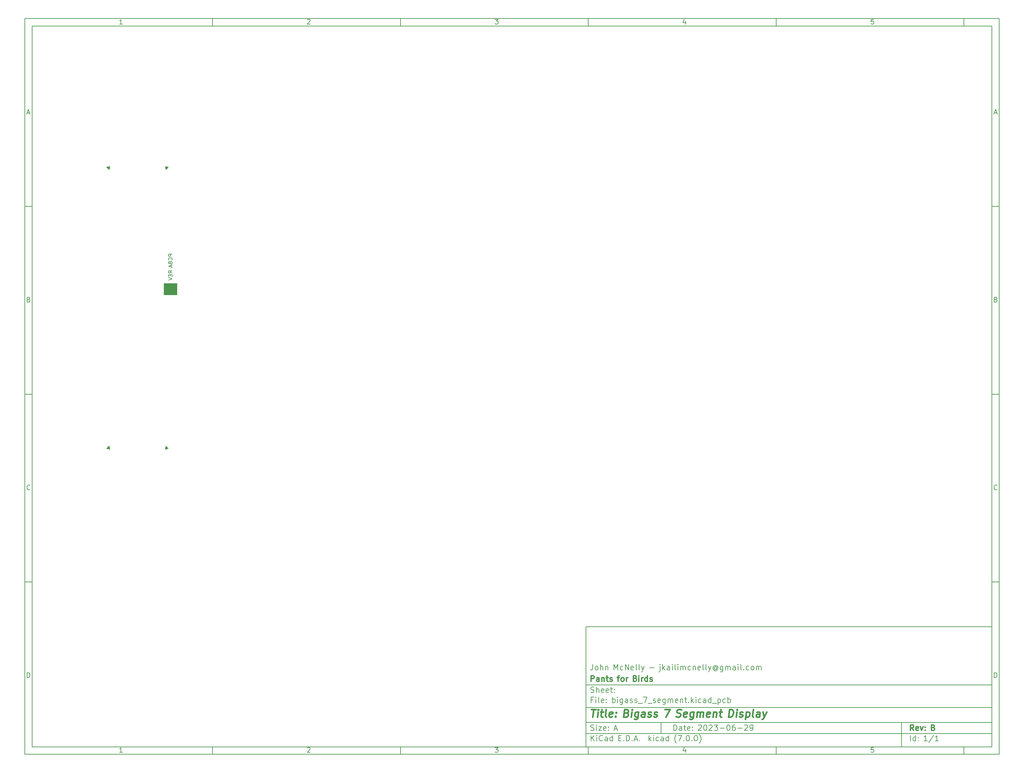
<source format=gbr>
G04 #@! TF.GenerationSoftware,KiCad,Pcbnew,(7.0.0)*
G04 #@! TF.CreationDate,2023-06-29T12:31:04-07:00*
G04 #@! TF.ProjectId,bigass_7_segment,62696761-7373-45f3-975f-7365676d656e,B*
G04 #@! TF.SameCoordinates,Original*
G04 #@! TF.FileFunction,Legend,Bot*
G04 #@! TF.FilePolarity,Positive*
%FSLAX46Y46*%
G04 Gerber Fmt 4.6, Leading zero omitted, Abs format (unit mm)*
G04 Created by KiCad (PCBNEW (7.0.0)) date 2023-06-29 12:31:04*
%MOMM*%
%LPD*%
G01*
G04 APERTURE LIST*
%ADD10C,0.100000*%
%ADD11C,0.150000*%
%ADD12C,0.300000*%
%ADD13C,0.400000*%
%ADD14C,0.120000*%
G04 APERTURE END LIST*
D10*
D11*
X159400000Y-171900000D02*
X267400000Y-171900000D01*
X267400000Y-203900000D01*
X159400000Y-203900000D01*
X159400000Y-171900000D01*
D10*
D11*
X10000000Y-10000000D02*
X269400000Y-10000000D01*
X269400000Y-205900000D01*
X10000000Y-205900000D01*
X10000000Y-10000000D01*
D10*
D11*
X12000000Y-12000000D02*
X267400000Y-12000000D01*
X267400000Y-203900000D01*
X12000000Y-203900000D01*
X12000000Y-12000000D01*
D10*
D11*
X60000000Y-12000000D02*
X60000000Y-10000000D01*
D10*
D11*
X110000000Y-12000000D02*
X110000000Y-10000000D01*
D10*
D11*
X160000000Y-12000000D02*
X160000000Y-10000000D01*
D10*
D11*
X210000000Y-12000000D02*
X210000000Y-10000000D01*
D10*
D11*
X260000000Y-12000000D02*
X260000000Y-10000000D01*
D10*
D11*
X35990476Y-11477595D02*
X35247619Y-11477595D01*
X35619047Y-11477595D02*
X35619047Y-10177595D01*
X35619047Y-10177595D02*
X35495238Y-10363309D01*
X35495238Y-10363309D02*
X35371428Y-10487119D01*
X35371428Y-10487119D02*
X35247619Y-10549023D01*
D10*
D11*
X85247619Y-10301404D02*
X85309523Y-10239500D01*
X85309523Y-10239500D02*
X85433333Y-10177595D01*
X85433333Y-10177595D02*
X85742857Y-10177595D01*
X85742857Y-10177595D02*
X85866666Y-10239500D01*
X85866666Y-10239500D02*
X85928571Y-10301404D01*
X85928571Y-10301404D02*
X85990476Y-10425214D01*
X85990476Y-10425214D02*
X85990476Y-10549023D01*
X85990476Y-10549023D02*
X85928571Y-10734738D01*
X85928571Y-10734738D02*
X85185714Y-11477595D01*
X85185714Y-11477595D02*
X85990476Y-11477595D01*
D10*
D11*
X135185714Y-10177595D02*
X135990476Y-10177595D01*
X135990476Y-10177595D02*
X135557142Y-10672833D01*
X135557142Y-10672833D02*
X135742857Y-10672833D01*
X135742857Y-10672833D02*
X135866666Y-10734738D01*
X135866666Y-10734738D02*
X135928571Y-10796642D01*
X135928571Y-10796642D02*
X135990476Y-10920452D01*
X135990476Y-10920452D02*
X135990476Y-11229976D01*
X135990476Y-11229976D02*
X135928571Y-11353785D01*
X135928571Y-11353785D02*
X135866666Y-11415690D01*
X135866666Y-11415690D02*
X135742857Y-11477595D01*
X135742857Y-11477595D02*
X135371428Y-11477595D01*
X135371428Y-11477595D02*
X135247619Y-11415690D01*
X135247619Y-11415690D02*
X135185714Y-11353785D01*
D10*
D11*
X185866666Y-10610928D02*
X185866666Y-11477595D01*
X185557142Y-10115690D02*
X185247619Y-11044261D01*
X185247619Y-11044261D02*
X186052380Y-11044261D01*
D10*
D11*
X235928571Y-10177595D02*
X235309523Y-10177595D01*
X235309523Y-10177595D02*
X235247619Y-10796642D01*
X235247619Y-10796642D02*
X235309523Y-10734738D01*
X235309523Y-10734738D02*
X235433333Y-10672833D01*
X235433333Y-10672833D02*
X235742857Y-10672833D01*
X235742857Y-10672833D02*
X235866666Y-10734738D01*
X235866666Y-10734738D02*
X235928571Y-10796642D01*
X235928571Y-10796642D02*
X235990476Y-10920452D01*
X235990476Y-10920452D02*
X235990476Y-11229976D01*
X235990476Y-11229976D02*
X235928571Y-11353785D01*
X235928571Y-11353785D02*
X235866666Y-11415690D01*
X235866666Y-11415690D02*
X235742857Y-11477595D01*
X235742857Y-11477595D02*
X235433333Y-11477595D01*
X235433333Y-11477595D02*
X235309523Y-11415690D01*
X235309523Y-11415690D02*
X235247619Y-11353785D01*
D10*
D11*
X60000000Y-203900000D02*
X60000000Y-205900000D01*
D10*
D11*
X110000000Y-203900000D02*
X110000000Y-205900000D01*
D10*
D11*
X160000000Y-203900000D02*
X160000000Y-205900000D01*
D10*
D11*
X210000000Y-203900000D02*
X210000000Y-205900000D01*
D10*
D11*
X260000000Y-203900000D02*
X260000000Y-205900000D01*
D10*
D11*
X35990476Y-205377595D02*
X35247619Y-205377595D01*
X35619047Y-205377595D02*
X35619047Y-204077595D01*
X35619047Y-204077595D02*
X35495238Y-204263309D01*
X35495238Y-204263309D02*
X35371428Y-204387119D01*
X35371428Y-204387119D02*
X35247619Y-204449023D01*
D10*
D11*
X85247619Y-204201404D02*
X85309523Y-204139500D01*
X85309523Y-204139500D02*
X85433333Y-204077595D01*
X85433333Y-204077595D02*
X85742857Y-204077595D01*
X85742857Y-204077595D02*
X85866666Y-204139500D01*
X85866666Y-204139500D02*
X85928571Y-204201404D01*
X85928571Y-204201404D02*
X85990476Y-204325214D01*
X85990476Y-204325214D02*
X85990476Y-204449023D01*
X85990476Y-204449023D02*
X85928571Y-204634738D01*
X85928571Y-204634738D02*
X85185714Y-205377595D01*
X85185714Y-205377595D02*
X85990476Y-205377595D01*
D10*
D11*
X135185714Y-204077595D02*
X135990476Y-204077595D01*
X135990476Y-204077595D02*
X135557142Y-204572833D01*
X135557142Y-204572833D02*
X135742857Y-204572833D01*
X135742857Y-204572833D02*
X135866666Y-204634738D01*
X135866666Y-204634738D02*
X135928571Y-204696642D01*
X135928571Y-204696642D02*
X135990476Y-204820452D01*
X135990476Y-204820452D02*
X135990476Y-205129976D01*
X135990476Y-205129976D02*
X135928571Y-205253785D01*
X135928571Y-205253785D02*
X135866666Y-205315690D01*
X135866666Y-205315690D02*
X135742857Y-205377595D01*
X135742857Y-205377595D02*
X135371428Y-205377595D01*
X135371428Y-205377595D02*
X135247619Y-205315690D01*
X135247619Y-205315690D02*
X135185714Y-205253785D01*
D10*
D11*
X185866666Y-204510928D02*
X185866666Y-205377595D01*
X185557142Y-204015690D02*
X185247619Y-204944261D01*
X185247619Y-204944261D02*
X186052380Y-204944261D01*
D10*
D11*
X235928571Y-204077595D02*
X235309523Y-204077595D01*
X235309523Y-204077595D02*
X235247619Y-204696642D01*
X235247619Y-204696642D02*
X235309523Y-204634738D01*
X235309523Y-204634738D02*
X235433333Y-204572833D01*
X235433333Y-204572833D02*
X235742857Y-204572833D01*
X235742857Y-204572833D02*
X235866666Y-204634738D01*
X235866666Y-204634738D02*
X235928571Y-204696642D01*
X235928571Y-204696642D02*
X235990476Y-204820452D01*
X235990476Y-204820452D02*
X235990476Y-205129976D01*
X235990476Y-205129976D02*
X235928571Y-205253785D01*
X235928571Y-205253785D02*
X235866666Y-205315690D01*
X235866666Y-205315690D02*
X235742857Y-205377595D01*
X235742857Y-205377595D02*
X235433333Y-205377595D01*
X235433333Y-205377595D02*
X235309523Y-205315690D01*
X235309523Y-205315690D02*
X235247619Y-205253785D01*
D10*
D11*
X10000000Y-60000000D02*
X12000000Y-60000000D01*
D10*
D11*
X10000000Y-110000000D02*
X12000000Y-110000000D01*
D10*
D11*
X10000000Y-160000000D02*
X12000000Y-160000000D01*
D10*
D11*
X10690476Y-35106166D02*
X11309523Y-35106166D01*
X10566666Y-35477595D02*
X10999999Y-34177595D01*
X10999999Y-34177595D02*
X11433333Y-35477595D01*
D10*
D11*
X11092857Y-84796642D02*
X11278571Y-84858547D01*
X11278571Y-84858547D02*
X11340476Y-84920452D01*
X11340476Y-84920452D02*
X11402380Y-85044261D01*
X11402380Y-85044261D02*
X11402380Y-85229976D01*
X11402380Y-85229976D02*
X11340476Y-85353785D01*
X11340476Y-85353785D02*
X11278571Y-85415690D01*
X11278571Y-85415690D02*
X11154761Y-85477595D01*
X11154761Y-85477595D02*
X10659523Y-85477595D01*
X10659523Y-85477595D02*
X10659523Y-84177595D01*
X10659523Y-84177595D02*
X11092857Y-84177595D01*
X11092857Y-84177595D02*
X11216666Y-84239500D01*
X11216666Y-84239500D02*
X11278571Y-84301404D01*
X11278571Y-84301404D02*
X11340476Y-84425214D01*
X11340476Y-84425214D02*
X11340476Y-84549023D01*
X11340476Y-84549023D02*
X11278571Y-84672833D01*
X11278571Y-84672833D02*
X11216666Y-84734738D01*
X11216666Y-84734738D02*
X11092857Y-84796642D01*
X11092857Y-84796642D02*
X10659523Y-84796642D01*
D10*
D11*
X11402380Y-135353785D02*
X11340476Y-135415690D01*
X11340476Y-135415690D02*
X11154761Y-135477595D01*
X11154761Y-135477595D02*
X11030952Y-135477595D01*
X11030952Y-135477595D02*
X10845238Y-135415690D01*
X10845238Y-135415690D02*
X10721428Y-135291880D01*
X10721428Y-135291880D02*
X10659523Y-135168071D01*
X10659523Y-135168071D02*
X10597619Y-134920452D01*
X10597619Y-134920452D02*
X10597619Y-134734738D01*
X10597619Y-134734738D02*
X10659523Y-134487119D01*
X10659523Y-134487119D02*
X10721428Y-134363309D01*
X10721428Y-134363309D02*
X10845238Y-134239500D01*
X10845238Y-134239500D02*
X11030952Y-134177595D01*
X11030952Y-134177595D02*
X11154761Y-134177595D01*
X11154761Y-134177595D02*
X11340476Y-134239500D01*
X11340476Y-134239500D02*
X11402380Y-134301404D01*
D10*
D11*
X10659523Y-185477595D02*
X10659523Y-184177595D01*
X10659523Y-184177595D02*
X10969047Y-184177595D01*
X10969047Y-184177595D02*
X11154761Y-184239500D01*
X11154761Y-184239500D02*
X11278571Y-184363309D01*
X11278571Y-184363309D02*
X11340476Y-184487119D01*
X11340476Y-184487119D02*
X11402380Y-184734738D01*
X11402380Y-184734738D02*
X11402380Y-184920452D01*
X11402380Y-184920452D02*
X11340476Y-185168071D01*
X11340476Y-185168071D02*
X11278571Y-185291880D01*
X11278571Y-185291880D02*
X11154761Y-185415690D01*
X11154761Y-185415690D02*
X10969047Y-185477595D01*
X10969047Y-185477595D02*
X10659523Y-185477595D01*
D10*
D11*
X269400000Y-60000000D02*
X267400000Y-60000000D01*
D10*
D11*
X269400000Y-110000000D02*
X267400000Y-110000000D01*
D10*
D11*
X269400000Y-160000000D02*
X267400000Y-160000000D01*
D10*
D11*
X268090476Y-35106166D02*
X268709523Y-35106166D01*
X267966666Y-35477595D02*
X268399999Y-34177595D01*
X268399999Y-34177595D02*
X268833333Y-35477595D01*
D10*
D11*
X268492857Y-84796642D02*
X268678571Y-84858547D01*
X268678571Y-84858547D02*
X268740476Y-84920452D01*
X268740476Y-84920452D02*
X268802380Y-85044261D01*
X268802380Y-85044261D02*
X268802380Y-85229976D01*
X268802380Y-85229976D02*
X268740476Y-85353785D01*
X268740476Y-85353785D02*
X268678571Y-85415690D01*
X268678571Y-85415690D02*
X268554761Y-85477595D01*
X268554761Y-85477595D02*
X268059523Y-85477595D01*
X268059523Y-85477595D02*
X268059523Y-84177595D01*
X268059523Y-84177595D02*
X268492857Y-84177595D01*
X268492857Y-84177595D02*
X268616666Y-84239500D01*
X268616666Y-84239500D02*
X268678571Y-84301404D01*
X268678571Y-84301404D02*
X268740476Y-84425214D01*
X268740476Y-84425214D02*
X268740476Y-84549023D01*
X268740476Y-84549023D02*
X268678571Y-84672833D01*
X268678571Y-84672833D02*
X268616666Y-84734738D01*
X268616666Y-84734738D02*
X268492857Y-84796642D01*
X268492857Y-84796642D02*
X268059523Y-84796642D01*
D10*
D11*
X268802380Y-135353785D02*
X268740476Y-135415690D01*
X268740476Y-135415690D02*
X268554761Y-135477595D01*
X268554761Y-135477595D02*
X268430952Y-135477595D01*
X268430952Y-135477595D02*
X268245238Y-135415690D01*
X268245238Y-135415690D02*
X268121428Y-135291880D01*
X268121428Y-135291880D02*
X268059523Y-135168071D01*
X268059523Y-135168071D02*
X267997619Y-134920452D01*
X267997619Y-134920452D02*
X267997619Y-134734738D01*
X267997619Y-134734738D02*
X268059523Y-134487119D01*
X268059523Y-134487119D02*
X268121428Y-134363309D01*
X268121428Y-134363309D02*
X268245238Y-134239500D01*
X268245238Y-134239500D02*
X268430952Y-134177595D01*
X268430952Y-134177595D02*
X268554761Y-134177595D01*
X268554761Y-134177595D02*
X268740476Y-134239500D01*
X268740476Y-134239500D02*
X268802380Y-134301404D01*
D10*
D11*
X268059523Y-185477595D02*
X268059523Y-184177595D01*
X268059523Y-184177595D02*
X268369047Y-184177595D01*
X268369047Y-184177595D02*
X268554761Y-184239500D01*
X268554761Y-184239500D02*
X268678571Y-184363309D01*
X268678571Y-184363309D02*
X268740476Y-184487119D01*
X268740476Y-184487119D02*
X268802380Y-184734738D01*
X268802380Y-184734738D02*
X268802380Y-184920452D01*
X268802380Y-184920452D02*
X268740476Y-185168071D01*
X268740476Y-185168071D02*
X268678571Y-185291880D01*
X268678571Y-185291880D02*
X268554761Y-185415690D01*
X268554761Y-185415690D02*
X268369047Y-185477595D01*
X268369047Y-185477595D02*
X268059523Y-185477595D01*
D10*
D11*
X182757142Y-199551071D02*
X182757142Y-198051071D01*
X182757142Y-198051071D02*
X183114285Y-198051071D01*
X183114285Y-198051071D02*
X183328571Y-198122500D01*
X183328571Y-198122500D02*
X183471428Y-198265357D01*
X183471428Y-198265357D02*
X183542857Y-198408214D01*
X183542857Y-198408214D02*
X183614285Y-198693928D01*
X183614285Y-198693928D02*
X183614285Y-198908214D01*
X183614285Y-198908214D02*
X183542857Y-199193928D01*
X183542857Y-199193928D02*
X183471428Y-199336785D01*
X183471428Y-199336785D02*
X183328571Y-199479642D01*
X183328571Y-199479642D02*
X183114285Y-199551071D01*
X183114285Y-199551071D02*
X182757142Y-199551071D01*
X184900000Y-199551071D02*
X184900000Y-198765357D01*
X184900000Y-198765357D02*
X184828571Y-198622500D01*
X184828571Y-198622500D02*
X184685714Y-198551071D01*
X184685714Y-198551071D02*
X184400000Y-198551071D01*
X184400000Y-198551071D02*
X184257142Y-198622500D01*
X184900000Y-199479642D02*
X184757142Y-199551071D01*
X184757142Y-199551071D02*
X184400000Y-199551071D01*
X184400000Y-199551071D02*
X184257142Y-199479642D01*
X184257142Y-199479642D02*
X184185714Y-199336785D01*
X184185714Y-199336785D02*
X184185714Y-199193928D01*
X184185714Y-199193928D02*
X184257142Y-199051071D01*
X184257142Y-199051071D02*
X184400000Y-198979642D01*
X184400000Y-198979642D02*
X184757142Y-198979642D01*
X184757142Y-198979642D02*
X184900000Y-198908214D01*
X185400000Y-198551071D02*
X185971428Y-198551071D01*
X185614285Y-198051071D02*
X185614285Y-199336785D01*
X185614285Y-199336785D02*
X185685714Y-199479642D01*
X185685714Y-199479642D02*
X185828571Y-199551071D01*
X185828571Y-199551071D02*
X185971428Y-199551071D01*
X187042857Y-199479642D02*
X186900000Y-199551071D01*
X186900000Y-199551071D02*
X186614286Y-199551071D01*
X186614286Y-199551071D02*
X186471428Y-199479642D01*
X186471428Y-199479642D02*
X186400000Y-199336785D01*
X186400000Y-199336785D02*
X186400000Y-198765357D01*
X186400000Y-198765357D02*
X186471428Y-198622500D01*
X186471428Y-198622500D02*
X186614286Y-198551071D01*
X186614286Y-198551071D02*
X186900000Y-198551071D01*
X186900000Y-198551071D02*
X187042857Y-198622500D01*
X187042857Y-198622500D02*
X187114286Y-198765357D01*
X187114286Y-198765357D02*
X187114286Y-198908214D01*
X187114286Y-198908214D02*
X186400000Y-199051071D01*
X187757142Y-199408214D02*
X187828571Y-199479642D01*
X187828571Y-199479642D02*
X187757142Y-199551071D01*
X187757142Y-199551071D02*
X187685714Y-199479642D01*
X187685714Y-199479642D02*
X187757142Y-199408214D01*
X187757142Y-199408214D02*
X187757142Y-199551071D01*
X187757142Y-198622500D02*
X187828571Y-198693928D01*
X187828571Y-198693928D02*
X187757142Y-198765357D01*
X187757142Y-198765357D02*
X187685714Y-198693928D01*
X187685714Y-198693928D02*
X187757142Y-198622500D01*
X187757142Y-198622500D02*
X187757142Y-198765357D01*
X189300000Y-198193928D02*
X189371428Y-198122500D01*
X189371428Y-198122500D02*
X189514286Y-198051071D01*
X189514286Y-198051071D02*
X189871428Y-198051071D01*
X189871428Y-198051071D02*
X190014286Y-198122500D01*
X190014286Y-198122500D02*
X190085714Y-198193928D01*
X190085714Y-198193928D02*
X190157143Y-198336785D01*
X190157143Y-198336785D02*
X190157143Y-198479642D01*
X190157143Y-198479642D02*
X190085714Y-198693928D01*
X190085714Y-198693928D02*
X189228571Y-199551071D01*
X189228571Y-199551071D02*
X190157143Y-199551071D01*
X191085714Y-198051071D02*
X191228571Y-198051071D01*
X191228571Y-198051071D02*
X191371428Y-198122500D01*
X191371428Y-198122500D02*
X191442857Y-198193928D01*
X191442857Y-198193928D02*
X191514285Y-198336785D01*
X191514285Y-198336785D02*
X191585714Y-198622500D01*
X191585714Y-198622500D02*
X191585714Y-198979642D01*
X191585714Y-198979642D02*
X191514285Y-199265357D01*
X191514285Y-199265357D02*
X191442857Y-199408214D01*
X191442857Y-199408214D02*
X191371428Y-199479642D01*
X191371428Y-199479642D02*
X191228571Y-199551071D01*
X191228571Y-199551071D02*
X191085714Y-199551071D01*
X191085714Y-199551071D02*
X190942857Y-199479642D01*
X190942857Y-199479642D02*
X190871428Y-199408214D01*
X190871428Y-199408214D02*
X190799999Y-199265357D01*
X190799999Y-199265357D02*
X190728571Y-198979642D01*
X190728571Y-198979642D02*
X190728571Y-198622500D01*
X190728571Y-198622500D02*
X190799999Y-198336785D01*
X190799999Y-198336785D02*
X190871428Y-198193928D01*
X190871428Y-198193928D02*
X190942857Y-198122500D01*
X190942857Y-198122500D02*
X191085714Y-198051071D01*
X192157142Y-198193928D02*
X192228570Y-198122500D01*
X192228570Y-198122500D02*
X192371428Y-198051071D01*
X192371428Y-198051071D02*
X192728570Y-198051071D01*
X192728570Y-198051071D02*
X192871428Y-198122500D01*
X192871428Y-198122500D02*
X192942856Y-198193928D01*
X192942856Y-198193928D02*
X193014285Y-198336785D01*
X193014285Y-198336785D02*
X193014285Y-198479642D01*
X193014285Y-198479642D02*
X192942856Y-198693928D01*
X192942856Y-198693928D02*
X192085713Y-199551071D01*
X192085713Y-199551071D02*
X193014285Y-199551071D01*
X193514284Y-198051071D02*
X194442856Y-198051071D01*
X194442856Y-198051071D02*
X193942856Y-198622500D01*
X193942856Y-198622500D02*
X194157141Y-198622500D01*
X194157141Y-198622500D02*
X194299999Y-198693928D01*
X194299999Y-198693928D02*
X194371427Y-198765357D01*
X194371427Y-198765357D02*
X194442856Y-198908214D01*
X194442856Y-198908214D02*
X194442856Y-199265357D01*
X194442856Y-199265357D02*
X194371427Y-199408214D01*
X194371427Y-199408214D02*
X194299999Y-199479642D01*
X194299999Y-199479642D02*
X194157141Y-199551071D01*
X194157141Y-199551071D02*
X193728570Y-199551071D01*
X193728570Y-199551071D02*
X193585713Y-199479642D01*
X193585713Y-199479642D02*
X193514284Y-199408214D01*
X195085712Y-198979642D02*
X196228570Y-198979642D01*
X197228570Y-198051071D02*
X197371427Y-198051071D01*
X197371427Y-198051071D02*
X197514284Y-198122500D01*
X197514284Y-198122500D02*
X197585713Y-198193928D01*
X197585713Y-198193928D02*
X197657141Y-198336785D01*
X197657141Y-198336785D02*
X197728570Y-198622500D01*
X197728570Y-198622500D02*
X197728570Y-198979642D01*
X197728570Y-198979642D02*
X197657141Y-199265357D01*
X197657141Y-199265357D02*
X197585713Y-199408214D01*
X197585713Y-199408214D02*
X197514284Y-199479642D01*
X197514284Y-199479642D02*
X197371427Y-199551071D01*
X197371427Y-199551071D02*
X197228570Y-199551071D01*
X197228570Y-199551071D02*
X197085713Y-199479642D01*
X197085713Y-199479642D02*
X197014284Y-199408214D01*
X197014284Y-199408214D02*
X196942855Y-199265357D01*
X196942855Y-199265357D02*
X196871427Y-198979642D01*
X196871427Y-198979642D02*
X196871427Y-198622500D01*
X196871427Y-198622500D02*
X196942855Y-198336785D01*
X196942855Y-198336785D02*
X197014284Y-198193928D01*
X197014284Y-198193928D02*
X197085713Y-198122500D01*
X197085713Y-198122500D02*
X197228570Y-198051071D01*
X199014284Y-198051071D02*
X198728569Y-198051071D01*
X198728569Y-198051071D02*
X198585712Y-198122500D01*
X198585712Y-198122500D02*
X198514284Y-198193928D01*
X198514284Y-198193928D02*
X198371426Y-198408214D01*
X198371426Y-198408214D02*
X198299998Y-198693928D01*
X198299998Y-198693928D02*
X198299998Y-199265357D01*
X198299998Y-199265357D02*
X198371426Y-199408214D01*
X198371426Y-199408214D02*
X198442855Y-199479642D01*
X198442855Y-199479642D02*
X198585712Y-199551071D01*
X198585712Y-199551071D02*
X198871426Y-199551071D01*
X198871426Y-199551071D02*
X199014284Y-199479642D01*
X199014284Y-199479642D02*
X199085712Y-199408214D01*
X199085712Y-199408214D02*
X199157141Y-199265357D01*
X199157141Y-199265357D02*
X199157141Y-198908214D01*
X199157141Y-198908214D02*
X199085712Y-198765357D01*
X199085712Y-198765357D02*
X199014284Y-198693928D01*
X199014284Y-198693928D02*
X198871426Y-198622500D01*
X198871426Y-198622500D02*
X198585712Y-198622500D01*
X198585712Y-198622500D02*
X198442855Y-198693928D01*
X198442855Y-198693928D02*
X198371426Y-198765357D01*
X198371426Y-198765357D02*
X198299998Y-198908214D01*
X199799997Y-198979642D02*
X200942855Y-198979642D01*
X201585712Y-198193928D02*
X201657140Y-198122500D01*
X201657140Y-198122500D02*
X201799998Y-198051071D01*
X201799998Y-198051071D02*
X202157140Y-198051071D01*
X202157140Y-198051071D02*
X202299998Y-198122500D01*
X202299998Y-198122500D02*
X202371426Y-198193928D01*
X202371426Y-198193928D02*
X202442855Y-198336785D01*
X202442855Y-198336785D02*
X202442855Y-198479642D01*
X202442855Y-198479642D02*
X202371426Y-198693928D01*
X202371426Y-198693928D02*
X201514283Y-199551071D01*
X201514283Y-199551071D02*
X202442855Y-199551071D01*
X203157140Y-199551071D02*
X203442854Y-199551071D01*
X203442854Y-199551071D02*
X203585711Y-199479642D01*
X203585711Y-199479642D02*
X203657140Y-199408214D01*
X203657140Y-199408214D02*
X203799997Y-199193928D01*
X203799997Y-199193928D02*
X203871426Y-198908214D01*
X203871426Y-198908214D02*
X203871426Y-198336785D01*
X203871426Y-198336785D02*
X203799997Y-198193928D01*
X203799997Y-198193928D02*
X203728569Y-198122500D01*
X203728569Y-198122500D02*
X203585711Y-198051071D01*
X203585711Y-198051071D02*
X203299997Y-198051071D01*
X203299997Y-198051071D02*
X203157140Y-198122500D01*
X203157140Y-198122500D02*
X203085711Y-198193928D01*
X203085711Y-198193928D02*
X203014283Y-198336785D01*
X203014283Y-198336785D02*
X203014283Y-198693928D01*
X203014283Y-198693928D02*
X203085711Y-198836785D01*
X203085711Y-198836785D02*
X203157140Y-198908214D01*
X203157140Y-198908214D02*
X203299997Y-198979642D01*
X203299997Y-198979642D02*
X203585711Y-198979642D01*
X203585711Y-198979642D02*
X203728569Y-198908214D01*
X203728569Y-198908214D02*
X203799997Y-198836785D01*
X203799997Y-198836785D02*
X203871426Y-198693928D01*
D10*
D11*
X159400000Y-200400000D02*
X267400000Y-200400000D01*
D10*
D11*
X160757142Y-202351071D02*
X160757142Y-200851071D01*
X161614285Y-202351071D02*
X160971428Y-201493928D01*
X161614285Y-200851071D02*
X160757142Y-201708214D01*
X162257142Y-202351071D02*
X162257142Y-201351071D01*
X162257142Y-200851071D02*
X162185714Y-200922500D01*
X162185714Y-200922500D02*
X162257142Y-200993928D01*
X162257142Y-200993928D02*
X162328571Y-200922500D01*
X162328571Y-200922500D02*
X162257142Y-200851071D01*
X162257142Y-200851071D02*
X162257142Y-200993928D01*
X163828571Y-202208214D02*
X163757143Y-202279642D01*
X163757143Y-202279642D02*
X163542857Y-202351071D01*
X163542857Y-202351071D02*
X163400000Y-202351071D01*
X163400000Y-202351071D02*
X163185714Y-202279642D01*
X163185714Y-202279642D02*
X163042857Y-202136785D01*
X163042857Y-202136785D02*
X162971428Y-201993928D01*
X162971428Y-201993928D02*
X162900000Y-201708214D01*
X162900000Y-201708214D02*
X162900000Y-201493928D01*
X162900000Y-201493928D02*
X162971428Y-201208214D01*
X162971428Y-201208214D02*
X163042857Y-201065357D01*
X163042857Y-201065357D02*
X163185714Y-200922500D01*
X163185714Y-200922500D02*
X163400000Y-200851071D01*
X163400000Y-200851071D02*
X163542857Y-200851071D01*
X163542857Y-200851071D02*
X163757143Y-200922500D01*
X163757143Y-200922500D02*
X163828571Y-200993928D01*
X165114286Y-202351071D02*
X165114286Y-201565357D01*
X165114286Y-201565357D02*
X165042857Y-201422500D01*
X165042857Y-201422500D02*
X164900000Y-201351071D01*
X164900000Y-201351071D02*
X164614286Y-201351071D01*
X164614286Y-201351071D02*
X164471428Y-201422500D01*
X165114286Y-202279642D02*
X164971428Y-202351071D01*
X164971428Y-202351071D02*
X164614286Y-202351071D01*
X164614286Y-202351071D02*
X164471428Y-202279642D01*
X164471428Y-202279642D02*
X164400000Y-202136785D01*
X164400000Y-202136785D02*
X164400000Y-201993928D01*
X164400000Y-201993928D02*
X164471428Y-201851071D01*
X164471428Y-201851071D02*
X164614286Y-201779642D01*
X164614286Y-201779642D02*
X164971428Y-201779642D01*
X164971428Y-201779642D02*
X165114286Y-201708214D01*
X166471429Y-202351071D02*
X166471429Y-200851071D01*
X166471429Y-202279642D02*
X166328571Y-202351071D01*
X166328571Y-202351071D02*
X166042857Y-202351071D01*
X166042857Y-202351071D02*
X165900000Y-202279642D01*
X165900000Y-202279642D02*
X165828571Y-202208214D01*
X165828571Y-202208214D02*
X165757143Y-202065357D01*
X165757143Y-202065357D02*
X165757143Y-201636785D01*
X165757143Y-201636785D02*
X165828571Y-201493928D01*
X165828571Y-201493928D02*
X165900000Y-201422500D01*
X165900000Y-201422500D02*
X166042857Y-201351071D01*
X166042857Y-201351071D02*
X166328571Y-201351071D01*
X166328571Y-201351071D02*
X166471429Y-201422500D01*
X168085714Y-201565357D02*
X168585714Y-201565357D01*
X168800000Y-202351071D02*
X168085714Y-202351071D01*
X168085714Y-202351071D02*
X168085714Y-200851071D01*
X168085714Y-200851071D02*
X168800000Y-200851071D01*
X169442857Y-202208214D02*
X169514286Y-202279642D01*
X169514286Y-202279642D02*
X169442857Y-202351071D01*
X169442857Y-202351071D02*
X169371429Y-202279642D01*
X169371429Y-202279642D02*
X169442857Y-202208214D01*
X169442857Y-202208214D02*
X169442857Y-202351071D01*
X170157143Y-202351071D02*
X170157143Y-200851071D01*
X170157143Y-200851071D02*
X170514286Y-200851071D01*
X170514286Y-200851071D02*
X170728572Y-200922500D01*
X170728572Y-200922500D02*
X170871429Y-201065357D01*
X170871429Y-201065357D02*
X170942858Y-201208214D01*
X170942858Y-201208214D02*
X171014286Y-201493928D01*
X171014286Y-201493928D02*
X171014286Y-201708214D01*
X171014286Y-201708214D02*
X170942858Y-201993928D01*
X170942858Y-201993928D02*
X170871429Y-202136785D01*
X170871429Y-202136785D02*
X170728572Y-202279642D01*
X170728572Y-202279642D02*
X170514286Y-202351071D01*
X170514286Y-202351071D02*
X170157143Y-202351071D01*
X171657143Y-202208214D02*
X171728572Y-202279642D01*
X171728572Y-202279642D02*
X171657143Y-202351071D01*
X171657143Y-202351071D02*
X171585715Y-202279642D01*
X171585715Y-202279642D02*
X171657143Y-202208214D01*
X171657143Y-202208214D02*
X171657143Y-202351071D01*
X172300001Y-201922500D02*
X173014287Y-201922500D01*
X172157144Y-202351071D02*
X172657144Y-200851071D01*
X172657144Y-200851071D02*
X173157144Y-202351071D01*
X173657143Y-202208214D02*
X173728572Y-202279642D01*
X173728572Y-202279642D02*
X173657143Y-202351071D01*
X173657143Y-202351071D02*
X173585715Y-202279642D01*
X173585715Y-202279642D02*
X173657143Y-202208214D01*
X173657143Y-202208214D02*
X173657143Y-202351071D01*
X176171429Y-202351071D02*
X176171429Y-200851071D01*
X176314287Y-201779642D02*
X176742858Y-202351071D01*
X176742858Y-201351071D02*
X176171429Y-201922500D01*
X177385715Y-202351071D02*
X177385715Y-201351071D01*
X177385715Y-200851071D02*
X177314287Y-200922500D01*
X177314287Y-200922500D02*
X177385715Y-200993928D01*
X177385715Y-200993928D02*
X177457144Y-200922500D01*
X177457144Y-200922500D02*
X177385715Y-200851071D01*
X177385715Y-200851071D02*
X177385715Y-200993928D01*
X178742859Y-202279642D02*
X178600001Y-202351071D01*
X178600001Y-202351071D02*
X178314287Y-202351071D01*
X178314287Y-202351071D02*
X178171430Y-202279642D01*
X178171430Y-202279642D02*
X178100001Y-202208214D01*
X178100001Y-202208214D02*
X178028573Y-202065357D01*
X178028573Y-202065357D02*
X178028573Y-201636785D01*
X178028573Y-201636785D02*
X178100001Y-201493928D01*
X178100001Y-201493928D02*
X178171430Y-201422500D01*
X178171430Y-201422500D02*
X178314287Y-201351071D01*
X178314287Y-201351071D02*
X178600001Y-201351071D01*
X178600001Y-201351071D02*
X178742859Y-201422500D01*
X180028573Y-202351071D02*
X180028573Y-201565357D01*
X180028573Y-201565357D02*
X179957144Y-201422500D01*
X179957144Y-201422500D02*
X179814287Y-201351071D01*
X179814287Y-201351071D02*
X179528573Y-201351071D01*
X179528573Y-201351071D02*
X179385715Y-201422500D01*
X180028573Y-202279642D02*
X179885715Y-202351071D01*
X179885715Y-202351071D02*
X179528573Y-202351071D01*
X179528573Y-202351071D02*
X179385715Y-202279642D01*
X179385715Y-202279642D02*
X179314287Y-202136785D01*
X179314287Y-202136785D02*
X179314287Y-201993928D01*
X179314287Y-201993928D02*
X179385715Y-201851071D01*
X179385715Y-201851071D02*
X179528573Y-201779642D01*
X179528573Y-201779642D02*
X179885715Y-201779642D01*
X179885715Y-201779642D02*
X180028573Y-201708214D01*
X181385716Y-202351071D02*
X181385716Y-200851071D01*
X181385716Y-202279642D02*
X181242858Y-202351071D01*
X181242858Y-202351071D02*
X180957144Y-202351071D01*
X180957144Y-202351071D02*
X180814287Y-202279642D01*
X180814287Y-202279642D02*
X180742858Y-202208214D01*
X180742858Y-202208214D02*
X180671430Y-202065357D01*
X180671430Y-202065357D02*
X180671430Y-201636785D01*
X180671430Y-201636785D02*
X180742858Y-201493928D01*
X180742858Y-201493928D02*
X180814287Y-201422500D01*
X180814287Y-201422500D02*
X180957144Y-201351071D01*
X180957144Y-201351071D02*
X181242858Y-201351071D01*
X181242858Y-201351071D02*
X181385716Y-201422500D01*
X183428573Y-202922500D02*
X183357144Y-202851071D01*
X183357144Y-202851071D02*
X183214287Y-202636785D01*
X183214287Y-202636785D02*
X183142859Y-202493928D01*
X183142859Y-202493928D02*
X183071430Y-202279642D01*
X183071430Y-202279642D02*
X183000001Y-201922500D01*
X183000001Y-201922500D02*
X183000001Y-201636785D01*
X183000001Y-201636785D02*
X183071430Y-201279642D01*
X183071430Y-201279642D02*
X183142859Y-201065357D01*
X183142859Y-201065357D02*
X183214287Y-200922500D01*
X183214287Y-200922500D02*
X183357144Y-200708214D01*
X183357144Y-200708214D02*
X183428573Y-200636785D01*
X183857144Y-200851071D02*
X184857144Y-200851071D01*
X184857144Y-200851071D02*
X184214287Y-202351071D01*
X185428572Y-202208214D02*
X185500001Y-202279642D01*
X185500001Y-202279642D02*
X185428572Y-202351071D01*
X185428572Y-202351071D02*
X185357144Y-202279642D01*
X185357144Y-202279642D02*
X185428572Y-202208214D01*
X185428572Y-202208214D02*
X185428572Y-202351071D01*
X186428573Y-200851071D02*
X186571430Y-200851071D01*
X186571430Y-200851071D02*
X186714287Y-200922500D01*
X186714287Y-200922500D02*
X186785716Y-200993928D01*
X186785716Y-200993928D02*
X186857144Y-201136785D01*
X186857144Y-201136785D02*
X186928573Y-201422500D01*
X186928573Y-201422500D02*
X186928573Y-201779642D01*
X186928573Y-201779642D02*
X186857144Y-202065357D01*
X186857144Y-202065357D02*
X186785716Y-202208214D01*
X186785716Y-202208214D02*
X186714287Y-202279642D01*
X186714287Y-202279642D02*
X186571430Y-202351071D01*
X186571430Y-202351071D02*
X186428573Y-202351071D01*
X186428573Y-202351071D02*
X186285716Y-202279642D01*
X186285716Y-202279642D02*
X186214287Y-202208214D01*
X186214287Y-202208214D02*
X186142858Y-202065357D01*
X186142858Y-202065357D02*
X186071430Y-201779642D01*
X186071430Y-201779642D02*
X186071430Y-201422500D01*
X186071430Y-201422500D02*
X186142858Y-201136785D01*
X186142858Y-201136785D02*
X186214287Y-200993928D01*
X186214287Y-200993928D02*
X186285716Y-200922500D01*
X186285716Y-200922500D02*
X186428573Y-200851071D01*
X187571429Y-202208214D02*
X187642858Y-202279642D01*
X187642858Y-202279642D02*
X187571429Y-202351071D01*
X187571429Y-202351071D02*
X187500001Y-202279642D01*
X187500001Y-202279642D02*
X187571429Y-202208214D01*
X187571429Y-202208214D02*
X187571429Y-202351071D01*
X188571430Y-200851071D02*
X188714287Y-200851071D01*
X188714287Y-200851071D02*
X188857144Y-200922500D01*
X188857144Y-200922500D02*
X188928573Y-200993928D01*
X188928573Y-200993928D02*
X189000001Y-201136785D01*
X189000001Y-201136785D02*
X189071430Y-201422500D01*
X189071430Y-201422500D02*
X189071430Y-201779642D01*
X189071430Y-201779642D02*
X189000001Y-202065357D01*
X189000001Y-202065357D02*
X188928573Y-202208214D01*
X188928573Y-202208214D02*
X188857144Y-202279642D01*
X188857144Y-202279642D02*
X188714287Y-202351071D01*
X188714287Y-202351071D02*
X188571430Y-202351071D01*
X188571430Y-202351071D02*
X188428573Y-202279642D01*
X188428573Y-202279642D02*
X188357144Y-202208214D01*
X188357144Y-202208214D02*
X188285715Y-202065357D01*
X188285715Y-202065357D02*
X188214287Y-201779642D01*
X188214287Y-201779642D02*
X188214287Y-201422500D01*
X188214287Y-201422500D02*
X188285715Y-201136785D01*
X188285715Y-201136785D02*
X188357144Y-200993928D01*
X188357144Y-200993928D02*
X188428573Y-200922500D01*
X188428573Y-200922500D02*
X188571430Y-200851071D01*
X189571429Y-202922500D02*
X189642858Y-202851071D01*
X189642858Y-202851071D02*
X189785715Y-202636785D01*
X189785715Y-202636785D02*
X189857144Y-202493928D01*
X189857144Y-202493928D02*
X189928572Y-202279642D01*
X189928572Y-202279642D02*
X190000001Y-201922500D01*
X190000001Y-201922500D02*
X190000001Y-201636785D01*
X190000001Y-201636785D02*
X189928572Y-201279642D01*
X189928572Y-201279642D02*
X189857144Y-201065357D01*
X189857144Y-201065357D02*
X189785715Y-200922500D01*
X189785715Y-200922500D02*
X189642858Y-200708214D01*
X189642858Y-200708214D02*
X189571429Y-200636785D01*
D10*
D11*
X159400000Y-197400000D02*
X267400000Y-197400000D01*
D10*
D12*
X246614285Y-199551071D02*
X246114285Y-198836785D01*
X245757142Y-199551071D02*
X245757142Y-198051071D01*
X245757142Y-198051071D02*
X246328571Y-198051071D01*
X246328571Y-198051071D02*
X246471428Y-198122500D01*
X246471428Y-198122500D02*
X246542857Y-198193928D01*
X246542857Y-198193928D02*
X246614285Y-198336785D01*
X246614285Y-198336785D02*
X246614285Y-198551071D01*
X246614285Y-198551071D02*
X246542857Y-198693928D01*
X246542857Y-198693928D02*
X246471428Y-198765357D01*
X246471428Y-198765357D02*
X246328571Y-198836785D01*
X246328571Y-198836785D02*
X245757142Y-198836785D01*
X247828571Y-199479642D02*
X247685714Y-199551071D01*
X247685714Y-199551071D02*
X247400000Y-199551071D01*
X247400000Y-199551071D02*
X247257142Y-199479642D01*
X247257142Y-199479642D02*
X247185714Y-199336785D01*
X247185714Y-199336785D02*
X247185714Y-198765357D01*
X247185714Y-198765357D02*
X247257142Y-198622500D01*
X247257142Y-198622500D02*
X247400000Y-198551071D01*
X247400000Y-198551071D02*
X247685714Y-198551071D01*
X247685714Y-198551071D02*
X247828571Y-198622500D01*
X247828571Y-198622500D02*
X247900000Y-198765357D01*
X247900000Y-198765357D02*
X247900000Y-198908214D01*
X247900000Y-198908214D02*
X247185714Y-199051071D01*
X248399999Y-198551071D02*
X248757142Y-199551071D01*
X248757142Y-199551071D02*
X249114285Y-198551071D01*
X249685713Y-199408214D02*
X249757142Y-199479642D01*
X249757142Y-199479642D02*
X249685713Y-199551071D01*
X249685713Y-199551071D02*
X249614285Y-199479642D01*
X249614285Y-199479642D02*
X249685713Y-199408214D01*
X249685713Y-199408214D02*
X249685713Y-199551071D01*
X249685713Y-198622500D02*
X249757142Y-198693928D01*
X249757142Y-198693928D02*
X249685713Y-198765357D01*
X249685713Y-198765357D02*
X249614285Y-198693928D01*
X249614285Y-198693928D02*
X249685713Y-198622500D01*
X249685713Y-198622500D02*
X249685713Y-198765357D01*
X251799999Y-198765357D02*
X252014285Y-198836785D01*
X252014285Y-198836785D02*
X252085714Y-198908214D01*
X252085714Y-198908214D02*
X252157142Y-199051071D01*
X252157142Y-199051071D02*
X252157142Y-199265357D01*
X252157142Y-199265357D02*
X252085714Y-199408214D01*
X252085714Y-199408214D02*
X252014285Y-199479642D01*
X252014285Y-199479642D02*
X251871428Y-199551071D01*
X251871428Y-199551071D02*
X251299999Y-199551071D01*
X251299999Y-199551071D02*
X251299999Y-198051071D01*
X251299999Y-198051071D02*
X251799999Y-198051071D01*
X251799999Y-198051071D02*
X251942857Y-198122500D01*
X251942857Y-198122500D02*
X252014285Y-198193928D01*
X252014285Y-198193928D02*
X252085714Y-198336785D01*
X252085714Y-198336785D02*
X252085714Y-198479642D01*
X252085714Y-198479642D02*
X252014285Y-198622500D01*
X252014285Y-198622500D02*
X251942857Y-198693928D01*
X251942857Y-198693928D02*
X251799999Y-198765357D01*
X251799999Y-198765357D02*
X251299999Y-198765357D01*
D10*
D11*
X160685714Y-199479642D02*
X160900000Y-199551071D01*
X160900000Y-199551071D02*
X161257142Y-199551071D01*
X161257142Y-199551071D02*
X161400000Y-199479642D01*
X161400000Y-199479642D02*
X161471428Y-199408214D01*
X161471428Y-199408214D02*
X161542857Y-199265357D01*
X161542857Y-199265357D02*
X161542857Y-199122500D01*
X161542857Y-199122500D02*
X161471428Y-198979642D01*
X161471428Y-198979642D02*
X161400000Y-198908214D01*
X161400000Y-198908214D02*
X161257142Y-198836785D01*
X161257142Y-198836785D02*
X160971428Y-198765357D01*
X160971428Y-198765357D02*
X160828571Y-198693928D01*
X160828571Y-198693928D02*
X160757142Y-198622500D01*
X160757142Y-198622500D02*
X160685714Y-198479642D01*
X160685714Y-198479642D02*
X160685714Y-198336785D01*
X160685714Y-198336785D02*
X160757142Y-198193928D01*
X160757142Y-198193928D02*
X160828571Y-198122500D01*
X160828571Y-198122500D02*
X160971428Y-198051071D01*
X160971428Y-198051071D02*
X161328571Y-198051071D01*
X161328571Y-198051071D02*
X161542857Y-198122500D01*
X162185713Y-199551071D02*
X162185713Y-198551071D01*
X162185713Y-198051071D02*
X162114285Y-198122500D01*
X162114285Y-198122500D02*
X162185713Y-198193928D01*
X162185713Y-198193928D02*
X162257142Y-198122500D01*
X162257142Y-198122500D02*
X162185713Y-198051071D01*
X162185713Y-198051071D02*
X162185713Y-198193928D01*
X162757142Y-198551071D02*
X163542857Y-198551071D01*
X163542857Y-198551071D02*
X162757142Y-199551071D01*
X162757142Y-199551071D02*
X163542857Y-199551071D01*
X164685714Y-199479642D02*
X164542857Y-199551071D01*
X164542857Y-199551071D02*
X164257143Y-199551071D01*
X164257143Y-199551071D02*
X164114285Y-199479642D01*
X164114285Y-199479642D02*
X164042857Y-199336785D01*
X164042857Y-199336785D02*
X164042857Y-198765357D01*
X164042857Y-198765357D02*
X164114285Y-198622500D01*
X164114285Y-198622500D02*
X164257143Y-198551071D01*
X164257143Y-198551071D02*
X164542857Y-198551071D01*
X164542857Y-198551071D02*
X164685714Y-198622500D01*
X164685714Y-198622500D02*
X164757143Y-198765357D01*
X164757143Y-198765357D02*
X164757143Y-198908214D01*
X164757143Y-198908214D02*
X164042857Y-199051071D01*
X165399999Y-199408214D02*
X165471428Y-199479642D01*
X165471428Y-199479642D02*
X165399999Y-199551071D01*
X165399999Y-199551071D02*
X165328571Y-199479642D01*
X165328571Y-199479642D02*
X165399999Y-199408214D01*
X165399999Y-199408214D02*
X165399999Y-199551071D01*
X165399999Y-198622500D02*
X165471428Y-198693928D01*
X165471428Y-198693928D02*
X165399999Y-198765357D01*
X165399999Y-198765357D02*
X165328571Y-198693928D01*
X165328571Y-198693928D02*
X165399999Y-198622500D01*
X165399999Y-198622500D02*
X165399999Y-198765357D01*
X166942857Y-199122500D02*
X167657143Y-199122500D01*
X166800000Y-199551071D02*
X167300000Y-198051071D01*
X167300000Y-198051071D02*
X167800000Y-199551071D01*
D10*
D11*
X245757142Y-202351071D02*
X245757142Y-200851071D01*
X247114286Y-202351071D02*
X247114286Y-200851071D01*
X247114286Y-202279642D02*
X246971428Y-202351071D01*
X246971428Y-202351071D02*
X246685714Y-202351071D01*
X246685714Y-202351071D02*
X246542857Y-202279642D01*
X246542857Y-202279642D02*
X246471428Y-202208214D01*
X246471428Y-202208214D02*
X246400000Y-202065357D01*
X246400000Y-202065357D02*
X246400000Y-201636785D01*
X246400000Y-201636785D02*
X246471428Y-201493928D01*
X246471428Y-201493928D02*
X246542857Y-201422500D01*
X246542857Y-201422500D02*
X246685714Y-201351071D01*
X246685714Y-201351071D02*
X246971428Y-201351071D01*
X246971428Y-201351071D02*
X247114286Y-201422500D01*
X247828571Y-202208214D02*
X247900000Y-202279642D01*
X247900000Y-202279642D02*
X247828571Y-202351071D01*
X247828571Y-202351071D02*
X247757143Y-202279642D01*
X247757143Y-202279642D02*
X247828571Y-202208214D01*
X247828571Y-202208214D02*
X247828571Y-202351071D01*
X247828571Y-201422500D02*
X247900000Y-201493928D01*
X247900000Y-201493928D02*
X247828571Y-201565357D01*
X247828571Y-201565357D02*
X247757143Y-201493928D01*
X247757143Y-201493928D02*
X247828571Y-201422500D01*
X247828571Y-201422500D02*
X247828571Y-201565357D01*
X250228572Y-202351071D02*
X249371429Y-202351071D01*
X249800000Y-202351071D02*
X249800000Y-200851071D01*
X249800000Y-200851071D02*
X249657143Y-201065357D01*
X249657143Y-201065357D02*
X249514286Y-201208214D01*
X249514286Y-201208214D02*
X249371429Y-201279642D01*
X251942857Y-200779642D02*
X250657143Y-202708214D01*
X253228572Y-202351071D02*
X252371429Y-202351071D01*
X252800000Y-202351071D02*
X252800000Y-200851071D01*
X252800000Y-200851071D02*
X252657143Y-201065357D01*
X252657143Y-201065357D02*
X252514286Y-201208214D01*
X252514286Y-201208214D02*
X252371429Y-201279642D01*
D10*
D11*
X159400000Y-193400000D02*
X267400000Y-193400000D01*
D10*
D13*
X160852380Y-193934761D02*
X161995238Y-193934761D01*
X161173809Y-195934761D02*
X161423809Y-193934761D01*
X162411905Y-195934761D02*
X162578571Y-194601428D01*
X162661905Y-193934761D02*
X162554762Y-194030000D01*
X162554762Y-194030000D02*
X162638095Y-194125238D01*
X162638095Y-194125238D02*
X162745238Y-194030000D01*
X162745238Y-194030000D02*
X162661905Y-193934761D01*
X162661905Y-193934761D02*
X162638095Y-194125238D01*
X163245238Y-194601428D02*
X164007143Y-194601428D01*
X163614286Y-193934761D02*
X163400000Y-195649047D01*
X163400000Y-195649047D02*
X163471429Y-195839523D01*
X163471429Y-195839523D02*
X163650000Y-195934761D01*
X163650000Y-195934761D02*
X163840476Y-195934761D01*
X164792857Y-195934761D02*
X164614286Y-195839523D01*
X164614286Y-195839523D02*
X164542857Y-195649047D01*
X164542857Y-195649047D02*
X164757143Y-193934761D01*
X166328571Y-195839523D02*
X166126190Y-195934761D01*
X166126190Y-195934761D02*
X165745238Y-195934761D01*
X165745238Y-195934761D02*
X165566667Y-195839523D01*
X165566667Y-195839523D02*
X165495238Y-195649047D01*
X165495238Y-195649047D02*
X165590476Y-194887142D01*
X165590476Y-194887142D02*
X165709524Y-194696666D01*
X165709524Y-194696666D02*
X165911905Y-194601428D01*
X165911905Y-194601428D02*
X166292857Y-194601428D01*
X166292857Y-194601428D02*
X166471428Y-194696666D01*
X166471428Y-194696666D02*
X166542857Y-194887142D01*
X166542857Y-194887142D02*
X166519047Y-195077619D01*
X166519047Y-195077619D02*
X165542857Y-195268095D01*
X167292857Y-195744285D02*
X167376191Y-195839523D01*
X167376191Y-195839523D02*
X167269048Y-195934761D01*
X167269048Y-195934761D02*
X167185714Y-195839523D01*
X167185714Y-195839523D02*
X167292857Y-195744285D01*
X167292857Y-195744285D02*
X167269048Y-195934761D01*
X167423810Y-194696666D02*
X167507143Y-194791904D01*
X167507143Y-194791904D02*
X167400000Y-194887142D01*
X167400000Y-194887142D02*
X167316667Y-194791904D01*
X167316667Y-194791904D02*
X167423810Y-194696666D01*
X167423810Y-194696666D02*
X167400000Y-194887142D01*
X170219048Y-194887142D02*
X170492857Y-194982380D01*
X170492857Y-194982380D02*
X170576191Y-195077619D01*
X170576191Y-195077619D02*
X170647619Y-195268095D01*
X170647619Y-195268095D02*
X170611905Y-195553809D01*
X170611905Y-195553809D02*
X170492857Y-195744285D01*
X170492857Y-195744285D02*
X170385714Y-195839523D01*
X170385714Y-195839523D02*
X170183334Y-195934761D01*
X170183334Y-195934761D02*
X169421429Y-195934761D01*
X169421429Y-195934761D02*
X169671429Y-193934761D01*
X169671429Y-193934761D02*
X170338095Y-193934761D01*
X170338095Y-193934761D02*
X170516667Y-194030000D01*
X170516667Y-194030000D02*
X170600000Y-194125238D01*
X170600000Y-194125238D02*
X170671429Y-194315714D01*
X170671429Y-194315714D02*
X170647619Y-194506190D01*
X170647619Y-194506190D02*
X170528572Y-194696666D01*
X170528572Y-194696666D02*
X170421429Y-194791904D01*
X170421429Y-194791904D02*
X170219048Y-194887142D01*
X170219048Y-194887142D02*
X169552381Y-194887142D01*
X171421429Y-195934761D02*
X171588095Y-194601428D01*
X171671429Y-193934761D02*
X171564286Y-194030000D01*
X171564286Y-194030000D02*
X171647619Y-194125238D01*
X171647619Y-194125238D02*
X171754762Y-194030000D01*
X171754762Y-194030000D02*
X171671429Y-193934761D01*
X171671429Y-193934761D02*
X171647619Y-194125238D01*
X173397619Y-194601428D02*
X173195238Y-196220476D01*
X173195238Y-196220476D02*
X173076191Y-196410952D01*
X173076191Y-196410952D02*
X172969048Y-196506190D01*
X172969048Y-196506190D02*
X172766667Y-196601428D01*
X172766667Y-196601428D02*
X172480953Y-196601428D01*
X172480953Y-196601428D02*
X172302381Y-196506190D01*
X173242857Y-195839523D02*
X173040476Y-195934761D01*
X173040476Y-195934761D02*
X172659524Y-195934761D01*
X172659524Y-195934761D02*
X172480953Y-195839523D01*
X172480953Y-195839523D02*
X172397619Y-195744285D01*
X172397619Y-195744285D02*
X172326191Y-195553809D01*
X172326191Y-195553809D02*
X172397619Y-194982380D01*
X172397619Y-194982380D02*
X172516667Y-194791904D01*
X172516667Y-194791904D02*
X172623810Y-194696666D01*
X172623810Y-194696666D02*
X172826191Y-194601428D01*
X172826191Y-194601428D02*
X173207143Y-194601428D01*
X173207143Y-194601428D02*
X173385715Y-194696666D01*
X174969048Y-195934761D02*
X175100000Y-194887142D01*
X175100000Y-194887142D02*
X175028571Y-194696666D01*
X175028571Y-194696666D02*
X174850000Y-194601428D01*
X174850000Y-194601428D02*
X174469048Y-194601428D01*
X174469048Y-194601428D02*
X174266667Y-194696666D01*
X174980952Y-195839523D02*
X174778571Y-195934761D01*
X174778571Y-195934761D02*
X174302381Y-195934761D01*
X174302381Y-195934761D02*
X174123810Y-195839523D01*
X174123810Y-195839523D02*
X174052381Y-195649047D01*
X174052381Y-195649047D02*
X174076190Y-195458571D01*
X174076190Y-195458571D02*
X174195238Y-195268095D01*
X174195238Y-195268095D02*
X174397619Y-195172857D01*
X174397619Y-195172857D02*
X174873810Y-195172857D01*
X174873810Y-195172857D02*
X175076190Y-195077619D01*
X175838095Y-195839523D02*
X176016667Y-195934761D01*
X176016667Y-195934761D02*
X176397619Y-195934761D01*
X176397619Y-195934761D02*
X176600000Y-195839523D01*
X176600000Y-195839523D02*
X176719048Y-195649047D01*
X176719048Y-195649047D02*
X176730953Y-195553809D01*
X176730953Y-195553809D02*
X176659524Y-195363333D01*
X176659524Y-195363333D02*
X176480953Y-195268095D01*
X176480953Y-195268095D02*
X176195238Y-195268095D01*
X176195238Y-195268095D02*
X176016667Y-195172857D01*
X176016667Y-195172857D02*
X175945238Y-194982380D01*
X175945238Y-194982380D02*
X175957143Y-194887142D01*
X175957143Y-194887142D02*
X176076191Y-194696666D01*
X176076191Y-194696666D02*
X176278572Y-194601428D01*
X176278572Y-194601428D02*
X176564286Y-194601428D01*
X176564286Y-194601428D02*
X176742857Y-194696666D01*
X177457143Y-195839523D02*
X177635715Y-195934761D01*
X177635715Y-195934761D02*
X178016667Y-195934761D01*
X178016667Y-195934761D02*
X178219048Y-195839523D01*
X178219048Y-195839523D02*
X178338096Y-195649047D01*
X178338096Y-195649047D02*
X178350001Y-195553809D01*
X178350001Y-195553809D02*
X178278572Y-195363333D01*
X178278572Y-195363333D02*
X178100001Y-195268095D01*
X178100001Y-195268095D02*
X177814286Y-195268095D01*
X177814286Y-195268095D02*
X177635715Y-195172857D01*
X177635715Y-195172857D02*
X177564286Y-194982380D01*
X177564286Y-194982380D02*
X177576191Y-194887142D01*
X177576191Y-194887142D02*
X177695239Y-194696666D01*
X177695239Y-194696666D02*
X177897620Y-194601428D01*
X177897620Y-194601428D02*
X178183334Y-194601428D01*
X178183334Y-194601428D02*
X178361905Y-194696666D01*
X180419049Y-193934761D02*
X181752382Y-193934761D01*
X181752382Y-193934761D02*
X180645239Y-195934761D01*
X183380953Y-195839523D02*
X183654763Y-195934761D01*
X183654763Y-195934761D02*
X184130953Y-195934761D01*
X184130953Y-195934761D02*
X184333334Y-195839523D01*
X184333334Y-195839523D02*
X184440477Y-195744285D01*
X184440477Y-195744285D02*
X184559525Y-195553809D01*
X184559525Y-195553809D02*
X184583334Y-195363333D01*
X184583334Y-195363333D02*
X184511906Y-195172857D01*
X184511906Y-195172857D02*
X184428572Y-195077619D01*
X184428572Y-195077619D02*
X184250001Y-194982380D01*
X184250001Y-194982380D02*
X183880953Y-194887142D01*
X183880953Y-194887142D02*
X183702382Y-194791904D01*
X183702382Y-194791904D02*
X183619049Y-194696666D01*
X183619049Y-194696666D02*
X183547620Y-194506190D01*
X183547620Y-194506190D02*
X183571430Y-194315714D01*
X183571430Y-194315714D02*
X183690477Y-194125238D01*
X183690477Y-194125238D02*
X183797620Y-194030000D01*
X183797620Y-194030000D02*
X184000001Y-193934761D01*
X184000001Y-193934761D02*
X184476192Y-193934761D01*
X184476192Y-193934761D02*
X184750001Y-194030000D01*
X186142858Y-195839523D02*
X185940477Y-195934761D01*
X185940477Y-195934761D02*
X185559525Y-195934761D01*
X185559525Y-195934761D02*
X185380954Y-195839523D01*
X185380954Y-195839523D02*
X185309525Y-195649047D01*
X185309525Y-195649047D02*
X185404763Y-194887142D01*
X185404763Y-194887142D02*
X185523811Y-194696666D01*
X185523811Y-194696666D02*
X185726192Y-194601428D01*
X185726192Y-194601428D02*
X186107144Y-194601428D01*
X186107144Y-194601428D02*
X186285715Y-194696666D01*
X186285715Y-194696666D02*
X186357144Y-194887142D01*
X186357144Y-194887142D02*
X186333334Y-195077619D01*
X186333334Y-195077619D02*
X185357144Y-195268095D01*
X188107144Y-194601428D02*
X187904763Y-196220476D01*
X187904763Y-196220476D02*
X187785716Y-196410952D01*
X187785716Y-196410952D02*
X187678573Y-196506190D01*
X187678573Y-196506190D02*
X187476192Y-196601428D01*
X187476192Y-196601428D02*
X187190478Y-196601428D01*
X187190478Y-196601428D02*
X187011906Y-196506190D01*
X187952382Y-195839523D02*
X187750001Y-195934761D01*
X187750001Y-195934761D02*
X187369049Y-195934761D01*
X187369049Y-195934761D02*
X187190478Y-195839523D01*
X187190478Y-195839523D02*
X187107144Y-195744285D01*
X187107144Y-195744285D02*
X187035716Y-195553809D01*
X187035716Y-195553809D02*
X187107144Y-194982380D01*
X187107144Y-194982380D02*
X187226192Y-194791904D01*
X187226192Y-194791904D02*
X187333335Y-194696666D01*
X187333335Y-194696666D02*
X187535716Y-194601428D01*
X187535716Y-194601428D02*
X187916668Y-194601428D01*
X187916668Y-194601428D02*
X188095240Y-194696666D01*
X188821430Y-195934761D02*
X188988096Y-194601428D01*
X188964287Y-194791904D02*
X189071430Y-194696666D01*
X189071430Y-194696666D02*
X189273811Y-194601428D01*
X189273811Y-194601428D02*
X189559525Y-194601428D01*
X189559525Y-194601428D02*
X189738096Y-194696666D01*
X189738096Y-194696666D02*
X189809525Y-194887142D01*
X189809525Y-194887142D02*
X189678573Y-195934761D01*
X189809525Y-194887142D02*
X189928573Y-194696666D01*
X189928573Y-194696666D02*
X190130954Y-194601428D01*
X190130954Y-194601428D02*
X190416668Y-194601428D01*
X190416668Y-194601428D02*
X190595239Y-194696666D01*
X190595239Y-194696666D02*
X190666668Y-194887142D01*
X190666668Y-194887142D02*
X190535715Y-195934761D01*
X192261906Y-195839523D02*
X192059525Y-195934761D01*
X192059525Y-195934761D02*
X191678573Y-195934761D01*
X191678573Y-195934761D02*
X191500002Y-195839523D01*
X191500002Y-195839523D02*
X191428573Y-195649047D01*
X191428573Y-195649047D02*
X191523811Y-194887142D01*
X191523811Y-194887142D02*
X191642859Y-194696666D01*
X191642859Y-194696666D02*
X191845240Y-194601428D01*
X191845240Y-194601428D02*
X192226192Y-194601428D01*
X192226192Y-194601428D02*
X192404763Y-194696666D01*
X192404763Y-194696666D02*
X192476192Y-194887142D01*
X192476192Y-194887142D02*
X192452382Y-195077619D01*
X192452382Y-195077619D02*
X191476192Y-195268095D01*
X193369049Y-194601428D02*
X193202383Y-195934761D01*
X193345240Y-194791904D02*
X193452383Y-194696666D01*
X193452383Y-194696666D02*
X193654764Y-194601428D01*
X193654764Y-194601428D02*
X193940478Y-194601428D01*
X193940478Y-194601428D02*
X194119049Y-194696666D01*
X194119049Y-194696666D02*
X194190478Y-194887142D01*
X194190478Y-194887142D02*
X194059526Y-195934761D01*
X194892859Y-194601428D02*
X195654764Y-194601428D01*
X195261907Y-193934761D02*
X195047621Y-195649047D01*
X195047621Y-195649047D02*
X195119050Y-195839523D01*
X195119050Y-195839523D02*
X195297621Y-195934761D01*
X195297621Y-195934761D02*
X195488097Y-195934761D01*
X197354764Y-195934761D02*
X197604764Y-193934761D01*
X197604764Y-193934761D02*
X198080954Y-193934761D01*
X198080954Y-193934761D02*
X198354764Y-194030000D01*
X198354764Y-194030000D02*
X198521430Y-194220476D01*
X198521430Y-194220476D02*
X198592859Y-194410952D01*
X198592859Y-194410952D02*
X198640478Y-194791904D01*
X198640478Y-194791904D02*
X198604764Y-195077619D01*
X198604764Y-195077619D02*
X198461907Y-195458571D01*
X198461907Y-195458571D02*
X198342859Y-195649047D01*
X198342859Y-195649047D02*
X198128573Y-195839523D01*
X198128573Y-195839523D02*
X197830954Y-195934761D01*
X197830954Y-195934761D02*
X197354764Y-195934761D01*
X199354764Y-195934761D02*
X199521430Y-194601428D01*
X199604764Y-193934761D02*
X199497621Y-194030000D01*
X199497621Y-194030000D02*
X199580954Y-194125238D01*
X199580954Y-194125238D02*
X199688097Y-194030000D01*
X199688097Y-194030000D02*
X199604764Y-193934761D01*
X199604764Y-193934761D02*
X199580954Y-194125238D01*
X200223811Y-195839523D02*
X200402383Y-195934761D01*
X200402383Y-195934761D02*
X200783335Y-195934761D01*
X200783335Y-195934761D02*
X200985716Y-195839523D01*
X200985716Y-195839523D02*
X201104764Y-195649047D01*
X201104764Y-195649047D02*
X201116669Y-195553809D01*
X201116669Y-195553809D02*
X201045240Y-195363333D01*
X201045240Y-195363333D02*
X200866669Y-195268095D01*
X200866669Y-195268095D02*
X200580954Y-195268095D01*
X200580954Y-195268095D02*
X200402383Y-195172857D01*
X200402383Y-195172857D02*
X200330954Y-194982380D01*
X200330954Y-194982380D02*
X200342859Y-194887142D01*
X200342859Y-194887142D02*
X200461907Y-194696666D01*
X200461907Y-194696666D02*
X200664288Y-194601428D01*
X200664288Y-194601428D02*
X200950002Y-194601428D01*
X200950002Y-194601428D02*
X201128573Y-194696666D01*
X202092859Y-194601428D02*
X201842859Y-196601428D01*
X202080955Y-194696666D02*
X202283336Y-194601428D01*
X202283336Y-194601428D02*
X202664288Y-194601428D01*
X202664288Y-194601428D02*
X202842859Y-194696666D01*
X202842859Y-194696666D02*
X202926193Y-194791904D01*
X202926193Y-194791904D02*
X202997621Y-194982380D01*
X202997621Y-194982380D02*
X202926193Y-195553809D01*
X202926193Y-195553809D02*
X202807145Y-195744285D01*
X202807145Y-195744285D02*
X202700002Y-195839523D01*
X202700002Y-195839523D02*
X202497621Y-195934761D01*
X202497621Y-195934761D02*
X202116669Y-195934761D01*
X202116669Y-195934761D02*
X201938098Y-195839523D01*
X203950002Y-195934761D02*
X203771431Y-195839523D01*
X203771431Y-195839523D02*
X203700002Y-195649047D01*
X203700002Y-195649047D02*
X203914288Y-193934761D01*
X205569050Y-195934761D02*
X205700002Y-194887142D01*
X205700002Y-194887142D02*
X205628573Y-194696666D01*
X205628573Y-194696666D02*
X205450002Y-194601428D01*
X205450002Y-194601428D02*
X205069050Y-194601428D01*
X205069050Y-194601428D02*
X204866669Y-194696666D01*
X205580954Y-195839523D02*
X205378573Y-195934761D01*
X205378573Y-195934761D02*
X204902383Y-195934761D01*
X204902383Y-195934761D02*
X204723812Y-195839523D01*
X204723812Y-195839523D02*
X204652383Y-195649047D01*
X204652383Y-195649047D02*
X204676192Y-195458571D01*
X204676192Y-195458571D02*
X204795240Y-195268095D01*
X204795240Y-195268095D02*
X204997621Y-195172857D01*
X204997621Y-195172857D02*
X205473812Y-195172857D01*
X205473812Y-195172857D02*
X205676192Y-195077619D01*
X206497621Y-194601428D02*
X206807145Y-195934761D01*
X207450002Y-194601428D02*
X206807145Y-195934761D01*
X206807145Y-195934761D02*
X206557145Y-196410952D01*
X206557145Y-196410952D02*
X206450002Y-196506190D01*
X206450002Y-196506190D02*
X206247621Y-196601428D01*
D10*
D11*
X161257142Y-191365357D02*
X160757142Y-191365357D01*
X160757142Y-192151071D02*
X160757142Y-190651071D01*
X160757142Y-190651071D02*
X161471428Y-190651071D01*
X162042856Y-192151071D02*
X162042856Y-191151071D01*
X162042856Y-190651071D02*
X161971428Y-190722500D01*
X161971428Y-190722500D02*
X162042856Y-190793928D01*
X162042856Y-190793928D02*
X162114285Y-190722500D01*
X162114285Y-190722500D02*
X162042856Y-190651071D01*
X162042856Y-190651071D02*
X162042856Y-190793928D01*
X162971428Y-192151071D02*
X162828571Y-192079642D01*
X162828571Y-192079642D02*
X162757142Y-191936785D01*
X162757142Y-191936785D02*
X162757142Y-190651071D01*
X164114285Y-192079642D02*
X163971428Y-192151071D01*
X163971428Y-192151071D02*
X163685714Y-192151071D01*
X163685714Y-192151071D02*
X163542856Y-192079642D01*
X163542856Y-192079642D02*
X163471428Y-191936785D01*
X163471428Y-191936785D02*
X163471428Y-191365357D01*
X163471428Y-191365357D02*
X163542856Y-191222500D01*
X163542856Y-191222500D02*
X163685714Y-191151071D01*
X163685714Y-191151071D02*
X163971428Y-191151071D01*
X163971428Y-191151071D02*
X164114285Y-191222500D01*
X164114285Y-191222500D02*
X164185714Y-191365357D01*
X164185714Y-191365357D02*
X164185714Y-191508214D01*
X164185714Y-191508214D02*
X163471428Y-191651071D01*
X164828570Y-192008214D02*
X164899999Y-192079642D01*
X164899999Y-192079642D02*
X164828570Y-192151071D01*
X164828570Y-192151071D02*
X164757142Y-192079642D01*
X164757142Y-192079642D02*
X164828570Y-192008214D01*
X164828570Y-192008214D02*
X164828570Y-192151071D01*
X164828570Y-191222500D02*
X164899999Y-191293928D01*
X164899999Y-191293928D02*
X164828570Y-191365357D01*
X164828570Y-191365357D02*
X164757142Y-191293928D01*
X164757142Y-191293928D02*
X164828570Y-191222500D01*
X164828570Y-191222500D02*
X164828570Y-191365357D01*
X166442856Y-192151071D02*
X166442856Y-190651071D01*
X166442856Y-191222500D02*
X166585714Y-191151071D01*
X166585714Y-191151071D02*
X166871428Y-191151071D01*
X166871428Y-191151071D02*
X167014285Y-191222500D01*
X167014285Y-191222500D02*
X167085714Y-191293928D01*
X167085714Y-191293928D02*
X167157142Y-191436785D01*
X167157142Y-191436785D02*
X167157142Y-191865357D01*
X167157142Y-191865357D02*
X167085714Y-192008214D01*
X167085714Y-192008214D02*
X167014285Y-192079642D01*
X167014285Y-192079642D02*
X166871428Y-192151071D01*
X166871428Y-192151071D02*
X166585714Y-192151071D01*
X166585714Y-192151071D02*
X166442856Y-192079642D01*
X167799999Y-192151071D02*
X167799999Y-191151071D01*
X167799999Y-190651071D02*
X167728571Y-190722500D01*
X167728571Y-190722500D02*
X167799999Y-190793928D01*
X167799999Y-190793928D02*
X167871428Y-190722500D01*
X167871428Y-190722500D02*
X167799999Y-190651071D01*
X167799999Y-190651071D02*
X167799999Y-190793928D01*
X169157143Y-191151071D02*
X169157143Y-192365357D01*
X169157143Y-192365357D02*
X169085714Y-192508214D01*
X169085714Y-192508214D02*
X169014285Y-192579642D01*
X169014285Y-192579642D02*
X168871428Y-192651071D01*
X168871428Y-192651071D02*
X168657143Y-192651071D01*
X168657143Y-192651071D02*
X168514285Y-192579642D01*
X169157143Y-192079642D02*
X169014285Y-192151071D01*
X169014285Y-192151071D02*
X168728571Y-192151071D01*
X168728571Y-192151071D02*
X168585714Y-192079642D01*
X168585714Y-192079642D02*
X168514285Y-192008214D01*
X168514285Y-192008214D02*
X168442857Y-191865357D01*
X168442857Y-191865357D02*
X168442857Y-191436785D01*
X168442857Y-191436785D02*
X168514285Y-191293928D01*
X168514285Y-191293928D02*
X168585714Y-191222500D01*
X168585714Y-191222500D02*
X168728571Y-191151071D01*
X168728571Y-191151071D02*
X169014285Y-191151071D01*
X169014285Y-191151071D02*
X169157143Y-191222500D01*
X170514286Y-192151071D02*
X170514286Y-191365357D01*
X170514286Y-191365357D02*
X170442857Y-191222500D01*
X170442857Y-191222500D02*
X170300000Y-191151071D01*
X170300000Y-191151071D02*
X170014286Y-191151071D01*
X170014286Y-191151071D02*
X169871428Y-191222500D01*
X170514286Y-192079642D02*
X170371428Y-192151071D01*
X170371428Y-192151071D02*
X170014286Y-192151071D01*
X170014286Y-192151071D02*
X169871428Y-192079642D01*
X169871428Y-192079642D02*
X169800000Y-191936785D01*
X169800000Y-191936785D02*
X169800000Y-191793928D01*
X169800000Y-191793928D02*
X169871428Y-191651071D01*
X169871428Y-191651071D02*
X170014286Y-191579642D01*
X170014286Y-191579642D02*
X170371428Y-191579642D01*
X170371428Y-191579642D02*
X170514286Y-191508214D01*
X171157143Y-192079642D02*
X171300000Y-192151071D01*
X171300000Y-192151071D02*
X171585714Y-192151071D01*
X171585714Y-192151071D02*
X171728571Y-192079642D01*
X171728571Y-192079642D02*
X171800000Y-191936785D01*
X171800000Y-191936785D02*
X171800000Y-191865357D01*
X171800000Y-191865357D02*
X171728571Y-191722500D01*
X171728571Y-191722500D02*
X171585714Y-191651071D01*
X171585714Y-191651071D02*
X171371429Y-191651071D01*
X171371429Y-191651071D02*
X171228571Y-191579642D01*
X171228571Y-191579642D02*
X171157143Y-191436785D01*
X171157143Y-191436785D02*
X171157143Y-191365357D01*
X171157143Y-191365357D02*
X171228571Y-191222500D01*
X171228571Y-191222500D02*
X171371429Y-191151071D01*
X171371429Y-191151071D02*
X171585714Y-191151071D01*
X171585714Y-191151071D02*
X171728571Y-191222500D01*
X172371429Y-192079642D02*
X172514286Y-192151071D01*
X172514286Y-192151071D02*
X172800000Y-192151071D01*
X172800000Y-192151071D02*
X172942857Y-192079642D01*
X172942857Y-192079642D02*
X173014286Y-191936785D01*
X173014286Y-191936785D02*
X173014286Y-191865357D01*
X173014286Y-191865357D02*
X172942857Y-191722500D01*
X172942857Y-191722500D02*
X172800000Y-191651071D01*
X172800000Y-191651071D02*
X172585715Y-191651071D01*
X172585715Y-191651071D02*
X172442857Y-191579642D01*
X172442857Y-191579642D02*
X172371429Y-191436785D01*
X172371429Y-191436785D02*
X172371429Y-191365357D01*
X172371429Y-191365357D02*
X172442857Y-191222500D01*
X172442857Y-191222500D02*
X172585715Y-191151071D01*
X172585715Y-191151071D02*
X172800000Y-191151071D01*
X172800000Y-191151071D02*
X172942857Y-191222500D01*
X173300001Y-192293928D02*
X174442858Y-192293928D01*
X174657143Y-190651071D02*
X175657143Y-190651071D01*
X175657143Y-190651071D02*
X175014286Y-192151071D01*
X175871429Y-192293928D02*
X177014286Y-192293928D01*
X177300000Y-192079642D02*
X177442857Y-192151071D01*
X177442857Y-192151071D02*
X177728571Y-192151071D01*
X177728571Y-192151071D02*
X177871428Y-192079642D01*
X177871428Y-192079642D02*
X177942857Y-191936785D01*
X177942857Y-191936785D02*
X177942857Y-191865357D01*
X177942857Y-191865357D02*
X177871428Y-191722500D01*
X177871428Y-191722500D02*
X177728571Y-191651071D01*
X177728571Y-191651071D02*
X177514286Y-191651071D01*
X177514286Y-191651071D02*
X177371428Y-191579642D01*
X177371428Y-191579642D02*
X177300000Y-191436785D01*
X177300000Y-191436785D02*
X177300000Y-191365357D01*
X177300000Y-191365357D02*
X177371428Y-191222500D01*
X177371428Y-191222500D02*
X177514286Y-191151071D01*
X177514286Y-191151071D02*
X177728571Y-191151071D01*
X177728571Y-191151071D02*
X177871428Y-191222500D01*
X179157143Y-192079642D02*
X179014286Y-192151071D01*
X179014286Y-192151071D02*
X178728572Y-192151071D01*
X178728572Y-192151071D02*
X178585714Y-192079642D01*
X178585714Y-192079642D02*
X178514286Y-191936785D01*
X178514286Y-191936785D02*
X178514286Y-191365357D01*
X178514286Y-191365357D02*
X178585714Y-191222500D01*
X178585714Y-191222500D02*
X178728572Y-191151071D01*
X178728572Y-191151071D02*
X179014286Y-191151071D01*
X179014286Y-191151071D02*
X179157143Y-191222500D01*
X179157143Y-191222500D02*
X179228572Y-191365357D01*
X179228572Y-191365357D02*
X179228572Y-191508214D01*
X179228572Y-191508214D02*
X178514286Y-191651071D01*
X180514286Y-191151071D02*
X180514286Y-192365357D01*
X180514286Y-192365357D02*
X180442857Y-192508214D01*
X180442857Y-192508214D02*
X180371428Y-192579642D01*
X180371428Y-192579642D02*
X180228571Y-192651071D01*
X180228571Y-192651071D02*
X180014286Y-192651071D01*
X180014286Y-192651071D02*
X179871428Y-192579642D01*
X180514286Y-192079642D02*
X180371428Y-192151071D01*
X180371428Y-192151071D02*
X180085714Y-192151071D01*
X180085714Y-192151071D02*
X179942857Y-192079642D01*
X179942857Y-192079642D02*
X179871428Y-192008214D01*
X179871428Y-192008214D02*
X179800000Y-191865357D01*
X179800000Y-191865357D02*
X179800000Y-191436785D01*
X179800000Y-191436785D02*
X179871428Y-191293928D01*
X179871428Y-191293928D02*
X179942857Y-191222500D01*
X179942857Y-191222500D02*
X180085714Y-191151071D01*
X180085714Y-191151071D02*
X180371428Y-191151071D01*
X180371428Y-191151071D02*
X180514286Y-191222500D01*
X181228571Y-192151071D02*
X181228571Y-191151071D01*
X181228571Y-191293928D02*
X181300000Y-191222500D01*
X181300000Y-191222500D02*
X181442857Y-191151071D01*
X181442857Y-191151071D02*
X181657143Y-191151071D01*
X181657143Y-191151071D02*
X181800000Y-191222500D01*
X181800000Y-191222500D02*
X181871429Y-191365357D01*
X181871429Y-191365357D02*
X181871429Y-192151071D01*
X181871429Y-191365357D02*
X181942857Y-191222500D01*
X181942857Y-191222500D02*
X182085714Y-191151071D01*
X182085714Y-191151071D02*
X182300000Y-191151071D01*
X182300000Y-191151071D02*
X182442857Y-191222500D01*
X182442857Y-191222500D02*
X182514286Y-191365357D01*
X182514286Y-191365357D02*
X182514286Y-192151071D01*
X183800000Y-192079642D02*
X183657143Y-192151071D01*
X183657143Y-192151071D02*
X183371429Y-192151071D01*
X183371429Y-192151071D02*
X183228571Y-192079642D01*
X183228571Y-192079642D02*
X183157143Y-191936785D01*
X183157143Y-191936785D02*
X183157143Y-191365357D01*
X183157143Y-191365357D02*
X183228571Y-191222500D01*
X183228571Y-191222500D02*
X183371429Y-191151071D01*
X183371429Y-191151071D02*
X183657143Y-191151071D01*
X183657143Y-191151071D02*
X183800000Y-191222500D01*
X183800000Y-191222500D02*
X183871429Y-191365357D01*
X183871429Y-191365357D02*
X183871429Y-191508214D01*
X183871429Y-191508214D02*
X183157143Y-191651071D01*
X184514285Y-191151071D02*
X184514285Y-192151071D01*
X184514285Y-191293928D02*
X184585714Y-191222500D01*
X184585714Y-191222500D02*
X184728571Y-191151071D01*
X184728571Y-191151071D02*
X184942857Y-191151071D01*
X184942857Y-191151071D02*
X185085714Y-191222500D01*
X185085714Y-191222500D02*
X185157143Y-191365357D01*
X185157143Y-191365357D02*
X185157143Y-192151071D01*
X185657143Y-191151071D02*
X186228571Y-191151071D01*
X185871428Y-190651071D02*
X185871428Y-191936785D01*
X185871428Y-191936785D02*
X185942857Y-192079642D01*
X185942857Y-192079642D02*
X186085714Y-192151071D01*
X186085714Y-192151071D02*
X186228571Y-192151071D01*
X186728571Y-192008214D02*
X186800000Y-192079642D01*
X186800000Y-192079642D02*
X186728571Y-192151071D01*
X186728571Y-192151071D02*
X186657143Y-192079642D01*
X186657143Y-192079642D02*
X186728571Y-192008214D01*
X186728571Y-192008214D02*
X186728571Y-192151071D01*
X187442857Y-192151071D02*
X187442857Y-190651071D01*
X187585715Y-191579642D02*
X188014286Y-192151071D01*
X188014286Y-191151071D02*
X187442857Y-191722500D01*
X188657143Y-192151071D02*
X188657143Y-191151071D01*
X188657143Y-190651071D02*
X188585715Y-190722500D01*
X188585715Y-190722500D02*
X188657143Y-190793928D01*
X188657143Y-190793928D02*
X188728572Y-190722500D01*
X188728572Y-190722500D02*
X188657143Y-190651071D01*
X188657143Y-190651071D02*
X188657143Y-190793928D01*
X190014287Y-192079642D02*
X189871429Y-192151071D01*
X189871429Y-192151071D02*
X189585715Y-192151071D01*
X189585715Y-192151071D02*
X189442858Y-192079642D01*
X189442858Y-192079642D02*
X189371429Y-192008214D01*
X189371429Y-192008214D02*
X189300001Y-191865357D01*
X189300001Y-191865357D02*
X189300001Y-191436785D01*
X189300001Y-191436785D02*
X189371429Y-191293928D01*
X189371429Y-191293928D02*
X189442858Y-191222500D01*
X189442858Y-191222500D02*
X189585715Y-191151071D01*
X189585715Y-191151071D02*
X189871429Y-191151071D01*
X189871429Y-191151071D02*
X190014287Y-191222500D01*
X191300001Y-192151071D02*
X191300001Y-191365357D01*
X191300001Y-191365357D02*
X191228572Y-191222500D01*
X191228572Y-191222500D02*
X191085715Y-191151071D01*
X191085715Y-191151071D02*
X190800001Y-191151071D01*
X190800001Y-191151071D02*
X190657143Y-191222500D01*
X191300001Y-192079642D02*
X191157143Y-192151071D01*
X191157143Y-192151071D02*
X190800001Y-192151071D01*
X190800001Y-192151071D02*
X190657143Y-192079642D01*
X190657143Y-192079642D02*
X190585715Y-191936785D01*
X190585715Y-191936785D02*
X190585715Y-191793928D01*
X190585715Y-191793928D02*
X190657143Y-191651071D01*
X190657143Y-191651071D02*
X190800001Y-191579642D01*
X190800001Y-191579642D02*
X191157143Y-191579642D01*
X191157143Y-191579642D02*
X191300001Y-191508214D01*
X192657144Y-192151071D02*
X192657144Y-190651071D01*
X192657144Y-192079642D02*
X192514286Y-192151071D01*
X192514286Y-192151071D02*
X192228572Y-192151071D01*
X192228572Y-192151071D02*
X192085715Y-192079642D01*
X192085715Y-192079642D02*
X192014286Y-192008214D01*
X192014286Y-192008214D02*
X191942858Y-191865357D01*
X191942858Y-191865357D02*
X191942858Y-191436785D01*
X191942858Y-191436785D02*
X192014286Y-191293928D01*
X192014286Y-191293928D02*
X192085715Y-191222500D01*
X192085715Y-191222500D02*
X192228572Y-191151071D01*
X192228572Y-191151071D02*
X192514286Y-191151071D01*
X192514286Y-191151071D02*
X192657144Y-191222500D01*
X193014287Y-192293928D02*
X194157144Y-192293928D01*
X194514286Y-191151071D02*
X194514286Y-192651071D01*
X194514286Y-191222500D02*
X194657144Y-191151071D01*
X194657144Y-191151071D02*
X194942858Y-191151071D01*
X194942858Y-191151071D02*
X195085715Y-191222500D01*
X195085715Y-191222500D02*
X195157144Y-191293928D01*
X195157144Y-191293928D02*
X195228572Y-191436785D01*
X195228572Y-191436785D02*
X195228572Y-191865357D01*
X195228572Y-191865357D02*
X195157144Y-192008214D01*
X195157144Y-192008214D02*
X195085715Y-192079642D01*
X195085715Y-192079642D02*
X194942858Y-192151071D01*
X194942858Y-192151071D02*
X194657144Y-192151071D01*
X194657144Y-192151071D02*
X194514286Y-192079642D01*
X196514287Y-192079642D02*
X196371429Y-192151071D01*
X196371429Y-192151071D02*
X196085715Y-192151071D01*
X196085715Y-192151071D02*
X195942858Y-192079642D01*
X195942858Y-192079642D02*
X195871429Y-192008214D01*
X195871429Y-192008214D02*
X195800001Y-191865357D01*
X195800001Y-191865357D02*
X195800001Y-191436785D01*
X195800001Y-191436785D02*
X195871429Y-191293928D01*
X195871429Y-191293928D02*
X195942858Y-191222500D01*
X195942858Y-191222500D02*
X196085715Y-191151071D01*
X196085715Y-191151071D02*
X196371429Y-191151071D01*
X196371429Y-191151071D02*
X196514287Y-191222500D01*
X197157143Y-192151071D02*
X197157143Y-190651071D01*
X197157143Y-191222500D02*
X197300001Y-191151071D01*
X197300001Y-191151071D02*
X197585715Y-191151071D01*
X197585715Y-191151071D02*
X197728572Y-191222500D01*
X197728572Y-191222500D02*
X197800001Y-191293928D01*
X197800001Y-191293928D02*
X197871429Y-191436785D01*
X197871429Y-191436785D02*
X197871429Y-191865357D01*
X197871429Y-191865357D02*
X197800001Y-192008214D01*
X197800001Y-192008214D02*
X197728572Y-192079642D01*
X197728572Y-192079642D02*
X197585715Y-192151071D01*
X197585715Y-192151071D02*
X197300001Y-192151071D01*
X197300001Y-192151071D02*
X197157143Y-192079642D01*
D10*
D11*
X159400000Y-187400000D02*
X267400000Y-187400000D01*
D10*
D11*
X160685714Y-189379642D02*
X160900000Y-189451071D01*
X160900000Y-189451071D02*
X161257142Y-189451071D01*
X161257142Y-189451071D02*
X161400000Y-189379642D01*
X161400000Y-189379642D02*
X161471428Y-189308214D01*
X161471428Y-189308214D02*
X161542857Y-189165357D01*
X161542857Y-189165357D02*
X161542857Y-189022500D01*
X161542857Y-189022500D02*
X161471428Y-188879642D01*
X161471428Y-188879642D02*
X161400000Y-188808214D01*
X161400000Y-188808214D02*
X161257142Y-188736785D01*
X161257142Y-188736785D02*
X160971428Y-188665357D01*
X160971428Y-188665357D02*
X160828571Y-188593928D01*
X160828571Y-188593928D02*
X160757142Y-188522500D01*
X160757142Y-188522500D02*
X160685714Y-188379642D01*
X160685714Y-188379642D02*
X160685714Y-188236785D01*
X160685714Y-188236785D02*
X160757142Y-188093928D01*
X160757142Y-188093928D02*
X160828571Y-188022500D01*
X160828571Y-188022500D02*
X160971428Y-187951071D01*
X160971428Y-187951071D02*
X161328571Y-187951071D01*
X161328571Y-187951071D02*
X161542857Y-188022500D01*
X162185713Y-189451071D02*
X162185713Y-187951071D01*
X162828571Y-189451071D02*
X162828571Y-188665357D01*
X162828571Y-188665357D02*
X162757142Y-188522500D01*
X162757142Y-188522500D02*
X162614285Y-188451071D01*
X162614285Y-188451071D02*
X162399999Y-188451071D01*
X162399999Y-188451071D02*
X162257142Y-188522500D01*
X162257142Y-188522500D02*
X162185713Y-188593928D01*
X164114285Y-189379642D02*
X163971428Y-189451071D01*
X163971428Y-189451071D02*
X163685714Y-189451071D01*
X163685714Y-189451071D02*
X163542856Y-189379642D01*
X163542856Y-189379642D02*
X163471428Y-189236785D01*
X163471428Y-189236785D02*
X163471428Y-188665357D01*
X163471428Y-188665357D02*
X163542856Y-188522500D01*
X163542856Y-188522500D02*
X163685714Y-188451071D01*
X163685714Y-188451071D02*
X163971428Y-188451071D01*
X163971428Y-188451071D02*
X164114285Y-188522500D01*
X164114285Y-188522500D02*
X164185714Y-188665357D01*
X164185714Y-188665357D02*
X164185714Y-188808214D01*
X164185714Y-188808214D02*
X163471428Y-188951071D01*
X165399999Y-189379642D02*
X165257142Y-189451071D01*
X165257142Y-189451071D02*
X164971428Y-189451071D01*
X164971428Y-189451071D02*
X164828570Y-189379642D01*
X164828570Y-189379642D02*
X164757142Y-189236785D01*
X164757142Y-189236785D02*
X164757142Y-188665357D01*
X164757142Y-188665357D02*
X164828570Y-188522500D01*
X164828570Y-188522500D02*
X164971428Y-188451071D01*
X164971428Y-188451071D02*
X165257142Y-188451071D01*
X165257142Y-188451071D02*
X165399999Y-188522500D01*
X165399999Y-188522500D02*
X165471428Y-188665357D01*
X165471428Y-188665357D02*
X165471428Y-188808214D01*
X165471428Y-188808214D02*
X164757142Y-188951071D01*
X165899999Y-188451071D02*
X166471427Y-188451071D01*
X166114284Y-187951071D02*
X166114284Y-189236785D01*
X166114284Y-189236785D02*
X166185713Y-189379642D01*
X166185713Y-189379642D02*
X166328570Y-189451071D01*
X166328570Y-189451071D02*
X166471427Y-189451071D01*
X166971427Y-189308214D02*
X167042856Y-189379642D01*
X167042856Y-189379642D02*
X166971427Y-189451071D01*
X166971427Y-189451071D02*
X166899999Y-189379642D01*
X166899999Y-189379642D02*
X166971427Y-189308214D01*
X166971427Y-189308214D02*
X166971427Y-189451071D01*
X166971427Y-188522500D02*
X167042856Y-188593928D01*
X167042856Y-188593928D02*
X166971427Y-188665357D01*
X166971427Y-188665357D02*
X166899999Y-188593928D01*
X166899999Y-188593928D02*
X166971427Y-188522500D01*
X166971427Y-188522500D02*
X166971427Y-188665357D01*
D10*
D12*
X160757142Y-186451071D02*
X160757142Y-184951071D01*
X160757142Y-184951071D02*
X161328571Y-184951071D01*
X161328571Y-184951071D02*
X161471428Y-185022500D01*
X161471428Y-185022500D02*
X161542857Y-185093928D01*
X161542857Y-185093928D02*
X161614285Y-185236785D01*
X161614285Y-185236785D02*
X161614285Y-185451071D01*
X161614285Y-185451071D02*
X161542857Y-185593928D01*
X161542857Y-185593928D02*
X161471428Y-185665357D01*
X161471428Y-185665357D02*
X161328571Y-185736785D01*
X161328571Y-185736785D02*
X160757142Y-185736785D01*
X162900000Y-186451071D02*
X162900000Y-185665357D01*
X162900000Y-185665357D02*
X162828571Y-185522500D01*
X162828571Y-185522500D02*
X162685714Y-185451071D01*
X162685714Y-185451071D02*
X162400000Y-185451071D01*
X162400000Y-185451071D02*
X162257142Y-185522500D01*
X162900000Y-186379642D02*
X162757142Y-186451071D01*
X162757142Y-186451071D02*
X162400000Y-186451071D01*
X162400000Y-186451071D02*
X162257142Y-186379642D01*
X162257142Y-186379642D02*
X162185714Y-186236785D01*
X162185714Y-186236785D02*
X162185714Y-186093928D01*
X162185714Y-186093928D02*
X162257142Y-185951071D01*
X162257142Y-185951071D02*
X162400000Y-185879642D01*
X162400000Y-185879642D02*
X162757142Y-185879642D01*
X162757142Y-185879642D02*
X162900000Y-185808214D01*
X163614285Y-185451071D02*
X163614285Y-186451071D01*
X163614285Y-185593928D02*
X163685714Y-185522500D01*
X163685714Y-185522500D02*
X163828571Y-185451071D01*
X163828571Y-185451071D02*
X164042857Y-185451071D01*
X164042857Y-185451071D02*
X164185714Y-185522500D01*
X164185714Y-185522500D02*
X164257143Y-185665357D01*
X164257143Y-185665357D02*
X164257143Y-186451071D01*
X164757143Y-185451071D02*
X165328571Y-185451071D01*
X164971428Y-184951071D02*
X164971428Y-186236785D01*
X164971428Y-186236785D02*
X165042857Y-186379642D01*
X165042857Y-186379642D02*
X165185714Y-186451071D01*
X165185714Y-186451071D02*
X165328571Y-186451071D01*
X165757143Y-186379642D02*
X165900000Y-186451071D01*
X165900000Y-186451071D02*
X166185714Y-186451071D01*
X166185714Y-186451071D02*
X166328571Y-186379642D01*
X166328571Y-186379642D02*
X166400000Y-186236785D01*
X166400000Y-186236785D02*
X166400000Y-186165357D01*
X166400000Y-186165357D02*
X166328571Y-186022500D01*
X166328571Y-186022500D02*
X166185714Y-185951071D01*
X166185714Y-185951071D02*
X165971429Y-185951071D01*
X165971429Y-185951071D02*
X165828571Y-185879642D01*
X165828571Y-185879642D02*
X165757143Y-185736785D01*
X165757143Y-185736785D02*
X165757143Y-185665357D01*
X165757143Y-185665357D02*
X165828571Y-185522500D01*
X165828571Y-185522500D02*
X165971429Y-185451071D01*
X165971429Y-185451071D02*
X166185714Y-185451071D01*
X166185714Y-185451071D02*
X166328571Y-185522500D01*
X167728572Y-185451071D02*
X168300000Y-185451071D01*
X167942857Y-186451071D02*
X167942857Y-185165357D01*
X167942857Y-185165357D02*
X168014286Y-185022500D01*
X168014286Y-185022500D02*
X168157143Y-184951071D01*
X168157143Y-184951071D02*
X168300000Y-184951071D01*
X169014286Y-186451071D02*
X168871429Y-186379642D01*
X168871429Y-186379642D02*
X168800000Y-186308214D01*
X168800000Y-186308214D02*
X168728572Y-186165357D01*
X168728572Y-186165357D02*
X168728572Y-185736785D01*
X168728572Y-185736785D02*
X168800000Y-185593928D01*
X168800000Y-185593928D02*
X168871429Y-185522500D01*
X168871429Y-185522500D02*
X169014286Y-185451071D01*
X169014286Y-185451071D02*
X169228572Y-185451071D01*
X169228572Y-185451071D02*
X169371429Y-185522500D01*
X169371429Y-185522500D02*
X169442858Y-185593928D01*
X169442858Y-185593928D02*
X169514286Y-185736785D01*
X169514286Y-185736785D02*
X169514286Y-186165357D01*
X169514286Y-186165357D02*
X169442858Y-186308214D01*
X169442858Y-186308214D02*
X169371429Y-186379642D01*
X169371429Y-186379642D02*
X169228572Y-186451071D01*
X169228572Y-186451071D02*
X169014286Y-186451071D01*
X170157143Y-186451071D02*
X170157143Y-185451071D01*
X170157143Y-185736785D02*
X170228572Y-185593928D01*
X170228572Y-185593928D02*
X170300001Y-185522500D01*
X170300001Y-185522500D02*
X170442858Y-185451071D01*
X170442858Y-185451071D02*
X170585715Y-185451071D01*
X172485714Y-185665357D02*
X172700000Y-185736785D01*
X172700000Y-185736785D02*
X172771429Y-185808214D01*
X172771429Y-185808214D02*
X172842857Y-185951071D01*
X172842857Y-185951071D02*
X172842857Y-186165357D01*
X172842857Y-186165357D02*
X172771429Y-186308214D01*
X172771429Y-186308214D02*
X172700000Y-186379642D01*
X172700000Y-186379642D02*
X172557143Y-186451071D01*
X172557143Y-186451071D02*
X171985714Y-186451071D01*
X171985714Y-186451071D02*
X171985714Y-184951071D01*
X171985714Y-184951071D02*
X172485714Y-184951071D01*
X172485714Y-184951071D02*
X172628572Y-185022500D01*
X172628572Y-185022500D02*
X172700000Y-185093928D01*
X172700000Y-185093928D02*
X172771429Y-185236785D01*
X172771429Y-185236785D02*
X172771429Y-185379642D01*
X172771429Y-185379642D02*
X172700000Y-185522500D01*
X172700000Y-185522500D02*
X172628572Y-185593928D01*
X172628572Y-185593928D02*
X172485714Y-185665357D01*
X172485714Y-185665357D02*
X171985714Y-185665357D01*
X173485714Y-186451071D02*
X173485714Y-185451071D01*
X173485714Y-184951071D02*
X173414286Y-185022500D01*
X173414286Y-185022500D02*
X173485714Y-185093928D01*
X173485714Y-185093928D02*
X173557143Y-185022500D01*
X173557143Y-185022500D02*
X173485714Y-184951071D01*
X173485714Y-184951071D02*
X173485714Y-185093928D01*
X174200000Y-186451071D02*
X174200000Y-185451071D01*
X174200000Y-185736785D02*
X174271429Y-185593928D01*
X174271429Y-185593928D02*
X174342858Y-185522500D01*
X174342858Y-185522500D02*
X174485715Y-185451071D01*
X174485715Y-185451071D02*
X174628572Y-185451071D01*
X175771429Y-186451071D02*
X175771429Y-184951071D01*
X175771429Y-186379642D02*
X175628571Y-186451071D01*
X175628571Y-186451071D02*
X175342857Y-186451071D01*
X175342857Y-186451071D02*
X175200000Y-186379642D01*
X175200000Y-186379642D02*
X175128571Y-186308214D01*
X175128571Y-186308214D02*
X175057143Y-186165357D01*
X175057143Y-186165357D02*
X175057143Y-185736785D01*
X175057143Y-185736785D02*
X175128571Y-185593928D01*
X175128571Y-185593928D02*
X175200000Y-185522500D01*
X175200000Y-185522500D02*
X175342857Y-185451071D01*
X175342857Y-185451071D02*
X175628571Y-185451071D01*
X175628571Y-185451071D02*
X175771429Y-185522500D01*
X176414286Y-186379642D02*
X176557143Y-186451071D01*
X176557143Y-186451071D02*
X176842857Y-186451071D01*
X176842857Y-186451071D02*
X176985714Y-186379642D01*
X176985714Y-186379642D02*
X177057143Y-186236785D01*
X177057143Y-186236785D02*
X177057143Y-186165357D01*
X177057143Y-186165357D02*
X176985714Y-186022500D01*
X176985714Y-186022500D02*
X176842857Y-185951071D01*
X176842857Y-185951071D02*
X176628572Y-185951071D01*
X176628572Y-185951071D02*
X176485714Y-185879642D01*
X176485714Y-185879642D02*
X176414286Y-185736785D01*
X176414286Y-185736785D02*
X176414286Y-185665357D01*
X176414286Y-185665357D02*
X176485714Y-185522500D01*
X176485714Y-185522500D02*
X176628572Y-185451071D01*
X176628572Y-185451071D02*
X176842857Y-185451071D01*
X176842857Y-185451071D02*
X176985714Y-185522500D01*
D10*
D11*
X161185714Y-181951071D02*
X161185714Y-183022500D01*
X161185714Y-183022500D02*
X161114285Y-183236785D01*
X161114285Y-183236785D02*
X160971428Y-183379642D01*
X160971428Y-183379642D02*
X160757142Y-183451071D01*
X160757142Y-183451071D02*
X160614285Y-183451071D01*
X162114285Y-183451071D02*
X161971428Y-183379642D01*
X161971428Y-183379642D02*
X161899999Y-183308214D01*
X161899999Y-183308214D02*
X161828571Y-183165357D01*
X161828571Y-183165357D02*
X161828571Y-182736785D01*
X161828571Y-182736785D02*
X161899999Y-182593928D01*
X161899999Y-182593928D02*
X161971428Y-182522500D01*
X161971428Y-182522500D02*
X162114285Y-182451071D01*
X162114285Y-182451071D02*
X162328571Y-182451071D01*
X162328571Y-182451071D02*
X162471428Y-182522500D01*
X162471428Y-182522500D02*
X162542857Y-182593928D01*
X162542857Y-182593928D02*
X162614285Y-182736785D01*
X162614285Y-182736785D02*
X162614285Y-183165357D01*
X162614285Y-183165357D02*
X162542857Y-183308214D01*
X162542857Y-183308214D02*
X162471428Y-183379642D01*
X162471428Y-183379642D02*
X162328571Y-183451071D01*
X162328571Y-183451071D02*
X162114285Y-183451071D01*
X163257142Y-183451071D02*
X163257142Y-181951071D01*
X163900000Y-183451071D02*
X163900000Y-182665357D01*
X163900000Y-182665357D02*
X163828571Y-182522500D01*
X163828571Y-182522500D02*
X163685714Y-182451071D01*
X163685714Y-182451071D02*
X163471428Y-182451071D01*
X163471428Y-182451071D02*
X163328571Y-182522500D01*
X163328571Y-182522500D02*
X163257142Y-182593928D01*
X164614285Y-182451071D02*
X164614285Y-183451071D01*
X164614285Y-182593928D02*
X164685714Y-182522500D01*
X164685714Y-182522500D02*
X164828571Y-182451071D01*
X164828571Y-182451071D02*
X165042857Y-182451071D01*
X165042857Y-182451071D02*
X165185714Y-182522500D01*
X165185714Y-182522500D02*
X165257143Y-182665357D01*
X165257143Y-182665357D02*
X165257143Y-183451071D01*
X166871428Y-183451071D02*
X166871428Y-181951071D01*
X166871428Y-181951071D02*
X167371428Y-183022500D01*
X167371428Y-183022500D02*
X167871428Y-181951071D01*
X167871428Y-181951071D02*
X167871428Y-183451071D01*
X169228572Y-183379642D02*
X169085714Y-183451071D01*
X169085714Y-183451071D02*
X168800000Y-183451071D01*
X168800000Y-183451071D02*
X168657143Y-183379642D01*
X168657143Y-183379642D02*
X168585714Y-183308214D01*
X168585714Y-183308214D02*
X168514286Y-183165357D01*
X168514286Y-183165357D02*
X168514286Y-182736785D01*
X168514286Y-182736785D02*
X168585714Y-182593928D01*
X168585714Y-182593928D02*
X168657143Y-182522500D01*
X168657143Y-182522500D02*
X168800000Y-182451071D01*
X168800000Y-182451071D02*
X169085714Y-182451071D01*
X169085714Y-182451071D02*
X169228572Y-182522500D01*
X169871428Y-183451071D02*
X169871428Y-181951071D01*
X169871428Y-181951071D02*
X170728571Y-183451071D01*
X170728571Y-183451071D02*
X170728571Y-181951071D01*
X172014286Y-183379642D02*
X171871429Y-183451071D01*
X171871429Y-183451071D02*
X171585715Y-183451071D01*
X171585715Y-183451071D02*
X171442857Y-183379642D01*
X171442857Y-183379642D02*
X171371429Y-183236785D01*
X171371429Y-183236785D02*
X171371429Y-182665357D01*
X171371429Y-182665357D02*
X171442857Y-182522500D01*
X171442857Y-182522500D02*
X171585715Y-182451071D01*
X171585715Y-182451071D02*
X171871429Y-182451071D01*
X171871429Y-182451071D02*
X172014286Y-182522500D01*
X172014286Y-182522500D02*
X172085715Y-182665357D01*
X172085715Y-182665357D02*
X172085715Y-182808214D01*
X172085715Y-182808214D02*
X171371429Y-182951071D01*
X172942857Y-183451071D02*
X172800000Y-183379642D01*
X172800000Y-183379642D02*
X172728571Y-183236785D01*
X172728571Y-183236785D02*
X172728571Y-181951071D01*
X173728571Y-183451071D02*
X173585714Y-183379642D01*
X173585714Y-183379642D02*
X173514285Y-183236785D01*
X173514285Y-183236785D02*
X173514285Y-181951071D01*
X174157142Y-182451071D02*
X174514285Y-183451071D01*
X174871428Y-182451071D02*
X174514285Y-183451071D01*
X174514285Y-183451071D02*
X174371428Y-183808214D01*
X174371428Y-183808214D02*
X174299999Y-183879642D01*
X174299999Y-183879642D02*
X174157142Y-183951071D01*
X176342856Y-182879642D02*
X177485714Y-182879642D01*
X179099999Y-182451071D02*
X179099999Y-183736785D01*
X179099999Y-183736785D02*
X179028571Y-183879642D01*
X179028571Y-183879642D02*
X178885714Y-183951071D01*
X178885714Y-183951071D02*
X178814285Y-183951071D01*
X179099999Y-181951071D02*
X179028571Y-182022500D01*
X179028571Y-182022500D02*
X179099999Y-182093928D01*
X179099999Y-182093928D02*
X179171428Y-182022500D01*
X179171428Y-182022500D02*
X179099999Y-181951071D01*
X179099999Y-181951071D02*
X179099999Y-182093928D01*
X179814285Y-183451071D02*
X179814285Y-181951071D01*
X179957143Y-182879642D02*
X180385714Y-183451071D01*
X180385714Y-182451071D02*
X179814285Y-183022500D01*
X181671429Y-183451071D02*
X181671429Y-182665357D01*
X181671429Y-182665357D02*
X181600000Y-182522500D01*
X181600000Y-182522500D02*
X181457143Y-182451071D01*
X181457143Y-182451071D02*
X181171429Y-182451071D01*
X181171429Y-182451071D02*
X181028571Y-182522500D01*
X181671429Y-183379642D02*
X181528571Y-183451071D01*
X181528571Y-183451071D02*
X181171429Y-183451071D01*
X181171429Y-183451071D02*
X181028571Y-183379642D01*
X181028571Y-183379642D02*
X180957143Y-183236785D01*
X180957143Y-183236785D02*
X180957143Y-183093928D01*
X180957143Y-183093928D02*
X181028571Y-182951071D01*
X181028571Y-182951071D02*
X181171429Y-182879642D01*
X181171429Y-182879642D02*
X181528571Y-182879642D01*
X181528571Y-182879642D02*
X181671429Y-182808214D01*
X182385714Y-183451071D02*
X182385714Y-182451071D01*
X182385714Y-181951071D02*
X182314286Y-182022500D01*
X182314286Y-182022500D02*
X182385714Y-182093928D01*
X182385714Y-182093928D02*
X182457143Y-182022500D01*
X182457143Y-182022500D02*
X182385714Y-181951071D01*
X182385714Y-181951071D02*
X182385714Y-182093928D01*
X183314286Y-183451071D02*
X183171429Y-183379642D01*
X183171429Y-183379642D02*
X183100000Y-183236785D01*
X183100000Y-183236785D02*
X183100000Y-181951071D01*
X183885714Y-183451071D02*
X183885714Y-182451071D01*
X183885714Y-181951071D02*
X183814286Y-182022500D01*
X183814286Y-182022500D02*
X183885714Y-182093928D01*
X183885714Y-182093928D02*
X183957143Y-182022500D01*
X183957143Y-182022500D02*
X183885714Y-181951071D01*
X183885714Y-181951071D02*
X183885714Y-182093928D01*
X184600000Y-183451071D02*
X184600000Y-182451071D01*
X184600000Y-182593928D02*
X184671429Y-182522500D01*
X184671429Y-182522500D02*
X184814286Y-182451071D01*
X184814286Y-182451071D02*
X185028572Y-182451071D01*
X185028572Y-182451071D02*
X185171429Y-182522500D01*
X185171429Y-182522500D02*
X185242858Y-182665357D01*
X185242858Y-182665357D02*
X185242858Y-183451071D01*
X185242858Y-182665357D02*
X185314286Y-182522500D01*
X185314286Y-182522500D02*
X185457143Y-182451071D01*
X185457143Y-182451071D02*
X185671429Y-182451071D01*
X185671429Y-182451071D02*
X185814286Y-182522500D01*
X185814286Y-182522500D02*
X185885715Y-182665357D01*
X185885715Y-182665357D02*
X185885715Y-183451071D01*
X187242858Y-183379642D02*
X187100000Y-183451071D01*
X187100000Y-183451071D02*
X186814286Y-183451071D01*
X186814286Y-183451071D02*
X186671429Y-183379642D01*
X186671429Y-183379642D02*
X186600000Y-183308214D01*
X186600000Y-183308214D02*
X186528572Y-183165357D01*
X186528572Y-183165357D02*
X186528572Y-182736785D01*
X186528572Y-182736785D02*
X186600000Y-182593928D01*
X186600000Y-182593928D02*
X186671429Y-182522500D01*
X186671429Y-182522500D02*
X186814286Y-182451071D01*
X186814286Y-182451071D02*
X187100000Y-182451071D01*
X187100000Y-182451071D02*
X187242858Y-182522500D01*
X187885714Y-182451071D02*
X187885714Y-183451071D01*
X187885714Y-182593928D02*
X187957143Y-182522500D01*
X187957143Y-182522500D02*
X188100000Y-182451071D01*
X188100000Y-182451071D02*
X188314286Y-182451071D01*
X188314286Y-182451071D02*
X188457143Y-182522500D01*
X188457143Y-182522500D02*
X188528572Y-182665357D01*
X188528572Y-182665357D02*
X188528572Y-183451071D01*
X189814286Y-183379642D02*
X189671429Y-183451071D01*
X189671429Y-183451071D02*
X189385715Y-183451071D01*
X189385715Y-183451071D02*
X189242857Y-183379642D01*
X189242857Y-183379642D02*
X189171429Y-183236785D01*
X189171429Y-183236785D02*
X189171429Y-182665357D01*
X189171429Y-182665357D02*
X189242857Y-182522500D01*
X189242857Y-182522500D02*
X189385715Y-182451071D01*
X189385715Y-182451071D02*
X189671429Y-182451071D01*
X189671429Y-182451071D02*
X189814286Y-182522500D01*
X189814286Y-182522500D02*
X189885715Y-182665357D01*
X189885715Y-182665357D02*
X189885715Y-182808214D01*
X189885715Y-182808214D02*
X189171429Y-182951071D01*
X190742857Y-183451071D02*
X190600000Y-183379642D01*
X190600000Y-183379642D02*
X190528571Y-183236785D01*
X190528571Y-183236785D02*
X190528571Y-181951071D01*
X191528571Y-183451071D02*
X191385714Y-183379642D01*
X191385714Y-183379642D02*
X191314285Y-183236785D01*
X191314285Y-183236785D02*
X191314285Y-181951071D01*
X191957142Y-182451071D02*
X192314285Y-183451071D01*
X192671428Y-182451071D02*
X192314285Y-183451071D01*
X192314285Y-183451071D02*
X192171428Y-183808214D01*
X192171428Y-183808214D02*
X192099999Y-183879642D01*
X192099999Y-183879642D02*
X191957142Y-183951071D01*
X194171428Y-182736785D02*
X194099999Y-182665357D01*
X194099999Y-182665357D02*
X193957142Y-182593928D01*
X193957142Y-182593928D02*
X193814285Y-182593928D01*
X193814285Y-182593928D02*
X193671428Y-182665357D01*
X193671428Y-182665357D02*
X193599999Y-182736785D01*
X193599999Y-182736785D02*
X193528571Y-182879642D01*
X193528571Y-182879642D02*
X193528571Y-183022500D01*
X193528571Y-183022500D02*
X193599999Y-183165357D01*
X193599999Y-183165357D02*
X193671428Y-183236785D01*
X193671428Y-183236785D02*
X193814285Y-183308214D01*
X193814285Y-183308214D02*
X193957142Y-183308214D01*
X193957142Y-183308214D02*
X194099999Y-183236785D01*
X194099999Y-183236785D02*
X194171428Y-183165357D01*
X194171428Y-182593928D02*
X194171428Y-183165357D01*
X194171428Y-183165357D02*
X194242856Y-183236785D01*
X194242856Y-183236785D02*
X194314285Y-183236785D01*
X194314285Y-183236785D02*
X194457142Y-183165357D01*
X194457142Y-183165357D02*
X194528571Y-183022500D01*
X194528571Y-183022500D02*
X194528571Y-182665357D01*
X194528571Y-182665357D02*
X194385714Y-182451071D01*
X194385714Y-182451071D02*
X194171428Y-182308214D01*
X194171428Y-182308214D02*
X193885714Y-182236785D01*
X193885714Y-182236785D02*
X193599999Y-182308214D01*
X193599999Y-182308214D02*
X193385714Y-182451071D01*
X193385714Y-182451071D02*
X193242856Y-182665357D01*
X193242856Y-182665357D02*
X193171428Y-182951071D01*
X193171428Y-182951071D02*
X193242856Y-183236785D01*
X193242856Y-183236785D02*
X193385714Y-183451071D01*
X193385714Y-183451071D02*
X193599999Y-183593928D01*
X193599999Y-183593928D02*
X193885714Y-183665357D01*
X193885714Y-183665357D02*
X194171428Y-183593928D01*
X194171428Y-183593928D02*
X194385714Y-183451071D01*
X195814285Y-182451071D02*
X195814285Y-183665357D01*
X195814285Y-183665357D02*
X195742856Y-183808214D01*
X195742856Y-183808214D02*
X195671427Y-183879642D01*
X195671427Y-183879642D02*
X195528570Y-183951071D01*
X195528570Y-183951071D02*
X195314285Y-183951071D01*
X195314285Y-183951071D02*
X195171427Y-183879642D01*
X195814285Y-183379642D02*
X195671427Y-183451071D01*
X195671427Y-183451071D02*
X195385713Y-183451071D01*
X195385713Y-183451071D02*
X195242856Y-183379642D01*
X195242856Y-183379642D02*
X195171427Y-183308214D01*
X195171427Y-183308214D02*
X195099999Y-183165357D01*
X195099999Y-183165357D02*
X195099999Y-182736785D01*
X195099999Y-182736785D02*
X195171427Y-182593928D01*
X195171427Y-182593928D02*
X195242856Y-182522500D01*
X195242856Y-182522500D02*
X195385713Y-182451071D01*
X195385713Y-182451071D02*
X195671427Y-182451071D01*
X195671427Y-182451071D02*
X195814285Y-182522500D01*
X196528570Y-183451071D02*
X196528570Y-182451071D01*
X196528570Y-182593928D02*
X196599999Y-182522500D01*
X196599999Y-182522500D02*
X196742856Y-182451071D01*
X196742856Y-182451071D02*
X196957142Y-182451071D01*
X196957142Y-182451071D02*
X197099999Y-182522500D01*
X197099999Y-182522500D02*
X197171428Y-182665357D01*
X197171428Y-182665357D02*
X197171428Y-183451071D01*
X197171428Y-182665357D02*
X197242856Y-182522500D01*
X197242856Y-182522500D02*
X197385713Y-182451071D01*
X197385713Y-182451071D02*
X197599999Y-182451071D01*
X197599999Y-182451071D02*
X197742856Y-182522500D01*
X197742856Y-182522500D02*
X197814285Y-182665357D01*
X197814285Y-182665357D02*
X197814285Y-183451071D01*
X199171428Y-183451071D02*
X199171428Y-182665357D01*
X199171428Y-182665357D02*
X199099999Y-182522500D01*
X199099999Y-182522500D02*
X198957142Y-182451071D01*
X198957142Y-182451071D02*
X198671428Y-182451071D01*
X198671428Y-182451071D02*
X198528570Y-182522500D01*
X199171428Y-183379642D02*
X199028570Y-183451071D01*
X199028570Y-183451071D02*
X198671428Y-183451071D01*
X198671428Y-183451071D02*
X198528570Y-183379642D01*
X198528570Y-183379642D02*
X198457142Y-183236785D01*
X198457142Y-183236785D02*
X198457142Y-183093928D01*
X198457142Y-183093928D02*
X198528570Y-182951071D01*
X198528570Y-182951071D02*
X198671428Y-182879642D01*
X198671428Y-182879642D02*
X199028570Y-182879642D01*
X199028570Y-182879642D02*
X199171428Y-182808214D01*
X199885713Y-183451071D02*
X199885713Y-182451071D01*
X199885713Y-181951071D02*
X199814285Y-182022500D01*
X199814285Y-182022500D02*
X199885713Y-182093928D01*
X199885713Y-182093928D02*
X199957142Y-182022500D01*
X199957142Y-182022500D02*
X199885713Y-181951071D01*
X199885713Y-181951071D02*
X199885713Y-182093928D01*
X200814285Y-183451071D02*
X200671428Y-183379642D01*
X200671428Y-183379642D02*
X200599999Y-183236785D01*
X200599999Y-183236785D02*
X200599999Y-181951071D01*
X201385713Y-183308214D02*
X201457142Y-183379642D01*
X201457142Y-183379642D02*
X201385713Y-183451071D01*
X201385713Y-183451071D02*
X201314285Y-183379642D01*
X201314285Y-183379642D02*
X201385713Y-183308214D01*
X201385713Y-183308214D02*
X201385713Y-183451071D01*
X202742857Y-183379642D02*
X202599999Y-183451071D01*
X202599999Y-183451071D02*
X202314285Y-183451071D01*
X202314285Y-183451071D02*
X202171428Y-183379642D01*
X202171428Y-183379642D02*
X202099999Y-183308214D01*
X202099999Y-183308214D02*
X202028571Y-183165357D01*
X202028571Y-183165357D02*
X202028571Y-182736785D01*
X202028571Y-182736785D02*
X202099999Y-182593928D01*
X202099999Y-182593928D02*
X202171428Y-182522500D01*
X202171428Y-182522500D02*
X202314285Y-182451071D01*
X202314285Y-182451071D02*
X202599999Y-182451071D01*
X202599999Y-182451071D02*
X202742857Y-182522500D01*
X203599999Y-183451071D02*
X203457142Y-183379642D01*
X203457142Y-183379642D02*
X203385713Y-183308214D01*
X203385713Y-183308214D02*
X203314285Y-183165357D01*
X203314285Y-183165357D02*
X203314285Y-182736785D01*
X203314285Y-182736785D02*
X203385713Y-182593928D01*
X203385713Y-182593928D02*
X203457142Y-182522500D01*
X203457142Y-182522500D02*
X203599999Y-182451071D01*
X203599999Y-182451071D02*
X203814285Y-182451071D01*
X203814285Y-182451071D02*
X203957142Y-182522500D01*
X203957142Y-182522500D02*
X204028571Y-182593928D01*
X204028571Y-182593928D02*
X204099999Y-182736785D01*
X204099999Y-182736785D02*
X204099999Y-183165357D01*
X204099999Y-183165357D02*
X204028571Y-183308214D01*
X204028571Y-183308214D02*
X203957142Y-183379642D01*
X203957142Y-183379642D02*
X203814285Y-183451071D01*
X203814285Y-183451071D02*
X203599999Y-183451071D01*
X204742856Y-183451071D02*
X204742856Y-182451071D01*
X204742856Y-182593928D02*
X204814285Y-182522500D01*
X204814285Y-182522500D02*
X204957142Y-182451071D01*
X204957142Y-182451071D02*
X205171428Y-182451071D01*
X205171428Y-182451071D02*
X205314285Y-182522500D01*
X205314285Y-182522500D02*
X205385714Y-182665357D01*
X205385714Y-182665357D02*
X205385714Y-183451071D01*
X205385714Y-182665357D02*
X205457142Y-182522500D01*
X205457142Y-182522500D02*
X205599999Y-182451071D01*
X205599999Y-182451071D02*
X205814285Y-182451071D01*
X205814285Y-182451071D02*
X205957142Y-182522500D01*
X205957142Y-182522500D02*
X206028571Y-182665357D01*
X206028571Y-182665357D02*
X206028571Y-183451071D01*
D10*
D11*
D10*
D11*
D10*
D11*
D10*
D11*
X179400000Y-197400000D02*
X179400000Y-200400000D01*
D10*
D11*
X243400000Y-197400000D02*
X243400000Y-203900000D01*
D14*
X47000000Y-80500000D02*
X50500000Y-80500000D01*
X50500000Y-80500000D02*
X50500000Y-83500000D01*
X50500000Y-83500000D02*
X47000000Y-83500000D01*
X47000000Y-83500000D02*
X47000000Y-80500000D01*
G36*
X47000000Y-80500000D02*
G01*
X50500000Y-80500000D01*
X50500000Y-83500000D01*
X47000000Y-83500000D01*
X47000000Y-80500000D01*
G37*
D11*
X49282380Y-72738095D02*
X48282380Y-72738095D01*
X48282380Y-72738095D02*
X48282380Y-73119047D01*
X48282380Y-73119047D02*
X48330000Y-73214285D01*
X48330000Y-73214285D02*
X48377619Y-73261904D01*
X48377619Y-73261904D02*
X48472857Y-73309523D01*
X48472857Y-73309523D02*
X48615714Y-73309523D01*
X48615714Y-73309523D02*
X48710952Y-73261904D01*
X48710952Y-73261904D02*
X48758571Y-73214285D01*
X48758571Y-73214285D02*
X48806190Y-73119047D01*
X48806190Y-73119047D02*
X48806190Y-72738095D01*
X49187142Y-74309523D02*
X49234761Y-74261904D01*
X49234761Y-74261904D02*
X49282380Y-74119047D01*
X49282380Y-74119047D02*
X49282380Y-74023809D01*
X49282380Y-74023809D02*
X49234761Y-73880952D01*
X49234761Y-73880952D02*
X49139523Y-73785714D01*
X49139523Y-73785714D02*
X49044285Y-73738095D01*
X49044285Y-73738095D02*
X48853809Y-73690476D01*
X48853809Y-73690476D02*
X48710952Y-73690476D01*
X48710952Y-73690476D02*
X48520476Y-73738095D01*
X48520476Y-73738095D02*
X48425238Y-73785714D01*
X48425238Y-73785714D02*
X48330000Y-73880952D01*
X48330000Y-73880952D02*
X48282380Y-74023809D01*
X48282380Y-74023809D02*
X48282380Y-74119047D01*
X48282380Y-74119047D02*
X48330000Y-74261904D01*
X48330000Y-74261904D02*
X48377619Y-74309523D01*
X48758571Y-75071428D02*
X48806190Y-75214285D01*
X48806190Y-75214285D02*
X48853809Y-75261904D01*
X48853809Y-75261904D02*
X48949047Y-75309523D01*
X48949047Y-75309523D02*
X49091904Y-75309523D01*
X49091904Y-75309523D02*
X49187142Y-75261904D01*
X49187142Y-75261904D02*
X49234761Y-75214285D01*
X49234761Y-75214285D02*
X49282380Y-75119047D01*
X49282380Y-75119047D02*
X49282380Y-74738095D01*
X49282380Y-74738095D02*
X48282380Y-74738095D01*
X48282380Y-74738095D02*
X48282380Y-75071428D01*
X48282380Y-75071428D02*
X48330000Y-75166666D01*
X48330000Y-75166666D02*
X48377619Y-75214285D01*
X48377619Y-75214285D02*
X48472857Y-75261904D01*
X48472857Y-75261904D02*
X48568095Y-75261904D01*
X48568095Y-75261904D02*
X48663333Y-75214285D01*
X48663333Y-75214285D02*
X48710952Y-75166666D01*
X48710952Y-75166666D02*
X48758571Y-75071428D01*
X48758571Y-75071428D02*
X48758571Y-74738095D01*
X48996666Y-75690476D02*
X48996666Y-76166666D01*
X49282380Y-75595238D02*
X48282380Y-75928571D01*
X48282380Y-75928571D02*
X49282380Y-76261904D01*
X49282380Y-77766666D02*
X48806190Y-77433333D01*
X49282380Y-77195238D02*
X48282380Y-77195238D01*
X48282380Y-77195238D02*
X48282380Y-77576190D01*
X48282380Y-77576190D02*
X48330000Y-77671428D01*
X48330000Y-77671428D02*
X48377619Y-77719047D01*
X48377619Y-77719047D02*
X48472857Y-77766666D01*
X48472857Y-77766666D02*
X48615714Y-77766666D01*
X48615714Y-77766666D02*
X48710952Y-77719047D01*
X48710952Y-77719047D02*
X48758571Y-77671428D01*
X48758571Y-77671428D02*
X48806190Y-77576190D01*
X48806190Y-77576190D02*
X48806190Y-77195238D01*
X48758571Y-78195238D02*
X48758571Y-78528571D01*
X49282380Y-78671428D02*
X49282380Y-78195238D01*
X49282380Y-78195238D02*
X48282380Y-78195238D01*
X48282380Y-78195238D02*
X48282380Y-78671428D01*
X48282380Y-78957143D02*
X49282380Y-79290476D01*
X49282380Y-79290476D02*
X48282380Y-79623809D01*
G04 #@! TO.C,J4*
G36*
X32652962Y-124652962D02*
G01*
X31754936Y-124473356D01*
X32473356Y-123754936D01*
X32652962Y-124652962D01*
G37*
D10*
X32652962Y-124652962D02*
X31754936Y-124473356D01*
X32473356Y-123754936D01*
X32652962Y-124652962D01*
G04 #@! TO.C,J3*
G36*
X32473356Y-50245064D02*
G01*
X31754936Y-49526644D01*
X32652962Y-49347038D01*
X32473356Y-50245064D01*
G37*
X32473356Y-50245064D02*
X31754936Y-49526644D01*
X32652962Y-49347038D01*
X32473356Y-50245064D01*
G04 #@! TO.C,J2*
G36*
X48245064Y-124473356D02*
G01*
X47347038Y-124652962D01*
X47526644Y-123754936D01*
X48245064Y-124473356D01*
G37*
X48245064Y-124473356D02*
X47347038Y-124652962D01*
X47526644Y-123754936D01*
X48245064Y-124473356D01*
G04 #@! TO.C,J1*
G36*
X48245064Y-49526644D02*
G01*
X47526644Y-50245064D01*
X47347038Y-49347038D01*
X48245064Y-49526644D01*
G37*
X48245064Y-49526644D02*
X47526644Y-50245064D01*
X47347038Y-49347038D01*
X48245064Y-49526644D01*
G04 #@! TD*
M02*

</source>
